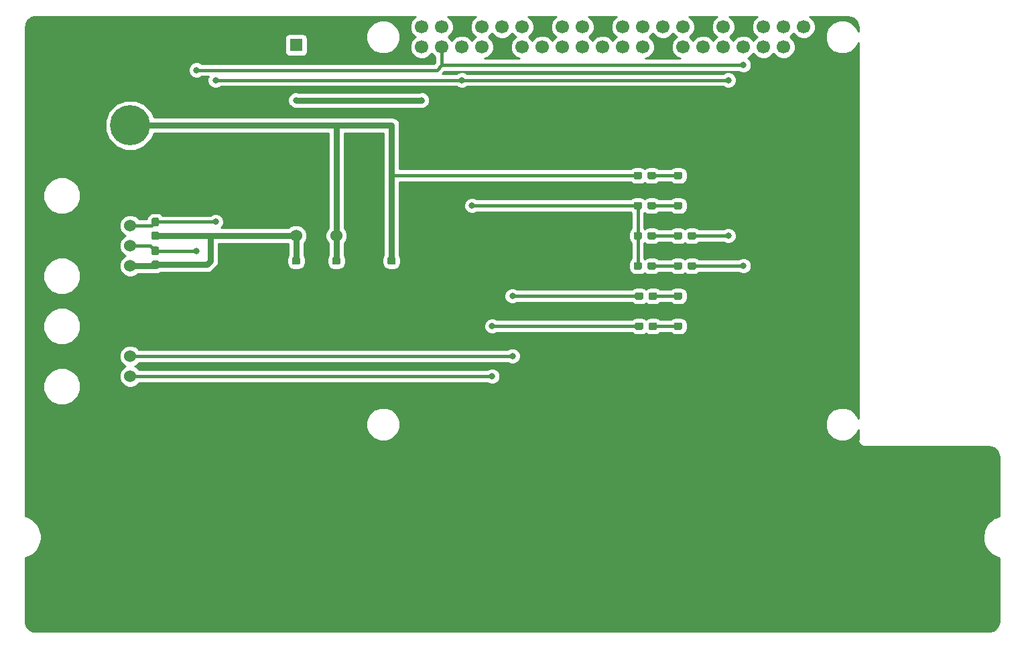
<source format=gbr>
G04 #@! TF.GenerationSoftware,KiCad,Pcbnew,(5.0.0)*
G04 #@! TF.CreationDate,2019-09-27T20:42:56-05:00*
G04 #@! TF.ProjectId,RaspberryPiBreakout_Hardware,5261737062657272795069427265616B,rev?*
G04 #@! TF.SameCoordinates,Original*
G04 #@! TF.FileFunction,Copper,L1,Top,Signal*
G04 #@! TF.FilePolarity,Positive*
%FSLAX46Y46*%
G04 Gerber Fmt 4.6, Leading zero omitted, Abs format (unit mm)*
G04 Created by KiCad (PCBNEW (5.0.0)) date 09/27/19 20:42:56*
%MOMM*%
%LPD*%
G01*
G04 APERTURE LIST*
G04 #@! TA.AperFunction,ComponentPad*
%ADD10C,1.700000*%
G04 #@! TD*
G04 #@! TA.AperFunction,Conductor*
%ADD11C,0.100000*%
G04 #@! TD*
G04 #@! TA.AperFunction,SMDPad,CuDef*
%ADD12C,0.950000*%
G04 #@! TD*
G04 #@! TA.AperFunction,ComponentPad*
%ADD13C,5.080000*%
G04 #@! TD*
G04 #@! TA.AperFunction,ComponentPad*
%ADD14C,1.524000*%
G04 #@! TD*
G04 #@! TA.AperFunction,ComponentPad*
%ADD15C,1.600000*%
G04 #@! TD*
G04 #@! TA.AperFunction,ComponentPad*
%ADD16R,1.600000X1.600000*%
G04 #@! TD*
G04 #@! TA.AperFunction,ViaPad*
%ADD17C,0.800000*%
G04 #@! TD*
G04 #@! TA.AperFunction,Conductor*
%ADD18C,0.762000*%
G04 #@! TD*
G04 #@! TA.AperFunction,Conductor*
%ADD19C,0.381000*%
G04 #@! TD*
G04 #@! TA.AperFunction,Conductor*
%ADD20C,0.254000*%
G04 #@! TD*
G04 APERTURE END LIST*
D10*
G04 #@! TO.P,U2,40*
G04 #@! TO.N,N/C*
X171450000Y-76454000D03*
G04 #@! TO.P,U2,39*
G04 #@! TO.N,GND*
X171450000Y-78994000D03*
G04 #@! TO.P,U2,38*
G04 #@! TO.N,N/C*
X168910000Y-76454000D03*
G04 #@! TO.P,U2,37*
X168910000Y-78994000D03*
G04 #@! TO.P,U2,36*
X166370000Y-76454000D03*
G04 #@! TO.P,U2,35*
X166370000Y-78994000D03*
G04 #@! TO.P,U2,34*
G04 #@! TO.N,GND*
X163830000Y-76454000D03*
G04 #@! TO.P,U2,33*
G04 #@! TO.N,N/C*
X163830000Y-78994000D03*
G04 #@! TO.P,U2,32*
X161290000Y-76454000D03*
G04 #@! TO.P,U2,31*
X161290000Y-78994000D03*
G04 #@! TO.P,U2,30*
G04 #@! TO.N,GND*
X158750000Y-76454000D03*
G04 #@! TO.P,U2,29*
G04 #@! TO.N,N/C*
X158750000Y-78994000D03*
G04 #@! TO.P,U2,28*
X156210000Y-76454000D03*
G04 #@! TO.P,U2,27*
X156210000Y-78994000D03*
G04 #@! TO.P,U2,26*
X153670000Y-76454000D03*
G04 #@! TO.P,U2,25*
G04 #@! TO.N,GND*
X153670000Y-78994000D03*
G04 #@! TO.P,U2,24*
G04 #@! TO.N,N/C*
X151130000Y-76454000D03*
G04 #@! TO.P,U2,23*
X151130000Y-78994000D03*
G04 #@! TO.P,U2,22*
X148590000Y-76454000D03*
G04 #@! TO.P,U2,21*
X148590000Y-78994000D03*
G04 #@! TO.P,U2,20*
G04 #@! TO.N,GND*
X146050000Y-76454000D03*
G04 #@! TO.P,U2,19*
G04 #@! TO.N,N/C*
X146050000Y-78994000D03*
G04 #@! TO.P,U2,18*
X143510000Y-76454000D03*
G04 #@! TO.P,U2,17*
G04 #@! TO.N,+3V3*
X143510000Y-78994000D03*
G04 #@! TO.P,U2,16*
G04 #@! TO.N,N/C*
X140970000Y-76454000D03*
G04 #@! TO.P,U2,15*
X140970000Y-78994000D03*
G04 #@! TO.P,U2,14*
G04 #@! TO.N,GND*
X138430000Y-76454000D03*
G04 #@! TO.P,U2,13*
G04 #@! TO.N,N/C*
X138430000Y-78994000D03*
G04 #@! TO.P,U2,12*
X135890000Y-76454000D03*
G04 #@! TO.P,U2,11*
X135890000Y-78994000D03*
G04 #@! TO.P,U2,10*
G04 #@! TO.N,Serial_Rx*
X133350000Y-76454000D03*
G04 #@! TO.P,U2,9*
G04 #@! TO.N,GND*
X133350000Y-78994000D03*
G04 #@! TO.P,U2,8*
G04 #@! TO.N,Serial_Tx*
X130810000Y-76454000D03*
G04 #@! TO.P,U2,7*
G04 #@! TO.N,N/C*
X130810000Y-78994000D03*
G04 #@! TO.P,U2,6*
G04 #@! TO.N,GND*
X128270000Y-76454000D03*
G04 #@! TO.P,U2,5*
G04 #@! TO.N,SCL1*
X128270000Y-78994000D03*
G04 #@! TO.P,U2,4*
G04 #@! TO.N,N/C*
X125730000Y-76454000D03*
G04 #@! TO.P,U2,3*
G04 #@! TO.N,SDA1*
X125730000Y-78994000D03*
G04 #@! TO.P,U2,2*
G04 #@! TO.N,N/C*
X123190000Y-76454000D03*
G04 #@! TO.P,U2,1*
G04 #@! TO.N,+3V3*
X123190000Y-78994000D03*
G04 #@! TD*
D11*
G04 #@! TO.N,GND*
G04 #@! TO.C,C1*
G36*
X117940779Y-105571144D02*
X117963834Y-105574563D01*
X117986443Y-105580227D01*
X118008387Y-105588079D01*
X118029457Y-105598044D01*
X118049448Y-105610026D01*
X118068168Y-105623910D01*
X118085438Y-105639562D01*
X118101090Y-105656832D01*
X118114974Y-105675552D01*
X118126956Y-105695543D01*
X118136921Y-105716613D01*
X118144773Y-105738557D01*
X118150437Y-105761166D01*
X118153856Y-105784221D01*
X118155000Y-105807500D01*
X118155000Y-106282500D01*
X118153856Y-106305779D01*
X118150437Y-106328834D01*
X118144773Y-106351443D01*
X118136921Y-106373387D01*
X118126956Y-106394457D01*
X118114974Y-106414448D01*
X118101090Y-106433168D01*
X118085438Y-106450438D01*
X118068168Y-106466090D01*
X118049448Y-106479974D01*
X118029457Y-106491956D01*
X118008387Y-106501921D01*
X117986443Y-106509773D01*
X117963834Y-106515437D01*
X117940779Y-106518856D01*
X117917500Y-106520000D01*
X117342500Y-106520000D01*
X117319221Y-106518856D01*
X117296166Y-106515437D01*
X117273557Y-106509773D01*
X117251613Y-106501921D01*
X117230543Y-106491956D01*
X117210552Y-106479974D01*
X117191832Y-106466090D01*
X117174562Y-106450438D01*
X117158910Y-106433168D01*
X117145026Y-106414448D01*
X117133044Y-106394457D01*
X117123079Y-106373387D01*
X117115227Y-106351443D01*
X117109563Y-106328834D01*
X117106144Y-106305779D01*
X117105000Y-106282500D01*
X117105000Y-105807500D01*
X117106144Y-105784221D01*
X117109563Y-105761166D01*
X117115227Y-105738557D01*
X117123079Y-105716613D01*
X117133044Y-105695543D01*
X117145026Y-105675552D01*
X117158910Y-105656832D01*
X117174562Y-105639562D01*
X117191832Y-105623910D01*
X117210552Y-105610026D01*
X117230543Y-105598044D01*
X117251613Y-105588079D01*
X117273557Y-105580227D01*
X117296166Y-105574563D01*
X117319221Y-105571144D01*
X117342500Y-105570000D01*
X117917500Y-105570000D01*
X117940779Y-105571144D01*
X117940779Y-105571144D01*
G37*
D12*
G04 #@! TD*
G04 #@! TO.P,C1,2*
G04 #@! TO.N,GND*
X117630000Y-106045000D03*
D11*
G04 #@! TO.N,+12V*
G04 #@! TO.C,C1*
G36*
X119690779Y-105571144D02*
X119713834Y-105574563D01*
X119736443Y-105580227D01*
X119758387Y-105588079D01*
X119779457Y-105598044D01*
X119799448Y-105610026D01*
X119818168Y-105623910D01*
X119835438Y-105639562D01*
X119851090Y-105656832D01*
X119864974Y-105675552D01*
X119876956Y-105695543D01*
X119886921Y-105716613D01*
X119894773Y-105738557D01*
X119900437Y-105761166D01*
X119903856Y-105784221D01*
X119905000Y-105807500D01*
X119905000Y-106282500D01*
X119903856Y-106305779D01*
X119900437Y-106328834D01*
X119894773Y-106351443D01*
X119886921Y-106373387D01*
X119876956Y-106394457D01*
X119864974Y-106414448D01*
X119851090Y-106433168D01*
X119835438Y-106450438D01*
X119818168Y-106466090D01*
X119799448Y-106479974D01*
X119779457Y-106491956D01*
X119758387Y-106501921D01*
X119736443Y-106509773D01*
X119713834Y-106515437D01*
X119690779Y-106518856D01*
X119667500Y-106520000D01*
X119092500Y-106520000D01*
X119069221Y-106518856D01*
X119046166Y-106515437D01*
X119023557Y-106509773D01*
X119001613Y-106501921D01*
X118980543Y-106491956D01*
X118960552Y-106479974D01*
X118941832Y-106466090D01*
X118924562Y-106450438D01*
X118908910Y-106433168D01*
X118895026Y-106414448D01*
X118883044Y-106394457D01*
X118873079Y-106373387D01*
X118865227Y-106351443D01*
X118859563Y-106328834D01*
X118856144Y-106305779D01*
X118855000Y-106282500D01*
X118855000Y-105807500D01*
X118856144Y-105784221D01*
X118859563Y-105761166D01*
X118865227Y-105738557D01*
X118873079Y-105716613D01*
X118883044Y-105695543D01*
X118895026Y-105675552D01*
X118908910Y-105656832D01*
X118924562Y-105639562D01*
X118941832Y-105623910D01*
X118960552Y-105610026D01*
X118980543Y-105598044D01*
X119001613Y-105588079D01*
X119023557Y-105580227D01*
X119046166Y-105574563D01*
X119069221Y-105571144D01*
X119092500Y-105570000D01*
X119667500Y-105570000D01*
X119690779Y-105571144D01*
X119690779Y-105571144D01*
G37*
D12*
G04 #@! TD*
G04 #@! TO.P,C1,1*
G04 #@! TO.N,+12V*
X119380000Y-106045000D03*
D13*
G04 #@! TO.P,Conn1,1*
G04 #@! TO.N,GND*
X86360000Y-81026000D03*
G04 #@! TO.P,Conn1,2*
G04 #@! TO.N,+12V*
X86360000Y-88900000D03*
G04 #@! TD*
D11*
G04 #@! TO.N,GND*
G04 #@! TO.C,C3*
G36*
X114455779Y-105571144D02*
X114478834Y-105574563D01*
X114501443Y-105580227D01*
X114523387Y-105588079D01*
X114544457Y-105598044D01*
X114564448Y-105610026D01*
X114583168Y-105623910D01*
X114600438Y-105639562D01*
X114616090Y-105656832D01*
X114629974Y-105675552D01*
X114641956Y-105695543D01*
X114651921Y-105716613D01*
X114659773Y-105738557D01*
X114665437Y-105761166D01*
X114668856Y-105784221D01*
X114670000Y-105807500D01*
X114670000Y-106282500D01*
X114668856Y-106305779D01*
X114665437Y-106328834D01*
X114659773Y-106351443D01*
X114651921Y-106373387D01*
X114641956Y-106394457D01*
X114629974Y-106414448D01*
X114616090Y-106433168D01*
X114600438Y-106450438D01*
X114583168Y-106466090D01*
X114564448Y-106479974D01*
X114544457Y-106491956D01*
X114523387Y-106501921D01*
X114501443Y-106509773D01*
X114478834Y-106515437D01*
X114455779Y-106518856D01*
X114432500Y-106520000D01*
X113857500Y-106520000D01*
X113834221Y-106518856D01*
X113811166Y-106515437D01*
X113788557Y-106509773D01*
X113766613Y-106501921D01*
X113745543Y-106491956D01*
X113725552Y-106479974D01*
X113706832Y-106466090D01*
X113689562Y-106450438D01*
X113673910Y-106433168D01*
X113660026Y-106414448D01*
X113648044Y-106394457D01*
X113638079Y-106373387D01*
X113630227Y-106351443D01*
X113624563Y-106328834D01*
X113621144Y-106305779D01*
X113620000Y-106282500D01*
X113620000Y-105807500D01*
X113621144Y-105784221D01*
X113624563Y-105761166D01*
X113630227Y-105738557D01*
X113638079Y-105716613D01*
X113648044Y-105695543D01*
X113660026Y-105675552D01*
X113673910Y-105656832D01*
X113689562Y-105639562D01*
X113706832Y-105623910D01*
X113725552Y-105610026D01*
X113745543Y-105598044D01*
X113766613Y-105588079D01*
X113788557Y-105580227D01*
X113811166Y-105574563D01*
X113834221Y-105571144D01*
X113857500Y-105570000D01*
X114432500Y-105570000D01*
X114455779Y-105571144D01*
X114455779Y-105571144D01*
G37*
D12*
G04 #@! TD*
G04 #@! TO.P,C3,2*
G04 #@! TO.N,GND*
X114145000Y-106045000D03*
D11*
G04 #@! TO.N,+12V*
G04 #@! TO.C,C3*
G36*
X112705779Y-105571144D02*
X112728834Y-105574563D01*
X112751443Y-105580227D01*
X112773387Y-105588079D01*
X112794457Y-105598044D01*
X112814448Y-105610026D01*
X112833168Y-105623910D01*
X112850438Y-105639562D01*
X112866090Y-105656832D01*
X112879974Y-105675552D01*
X112891956Y-105695543D01*
X112901921Y-105716613D01*
X112909773Y-105738557D01*
X112915437Y-105761166D01*
X112918856Y-105784221D01*
X112920000Y-105807500D01*
X112920000Y-106282500D01*
X112918856Y-106305779D01*
X112915437Y-106328834D01*
X112909773Y-106351443D01*
X112901921Y-106373387D01*
X112891956Y-106394457D01*
X112879974Y-106414448D01*
X112866090Y-106433168D01*
X112850438Y-106450438D01*
X112833168Y-106466090D01*
X112814448Y-106479974D01*
X112794457Y-106491956D01*
X112773387Y-106501921D01*
X112751443Y-106509773D01*
X112728834Y-106515437D01*
X112705779Y-106518856D01*
X112682500Y-106520000D01*
X112107500Y-106520000D01*
X112084221Y-106518856D01*
X112061166Y-106515437D01*
X112038557Y-106509773D01*
X112016613Y-106501921D01*
X111995543Y-106491956D01*
X111975552Y-106479974D01*
X111956832Y-106466090D01*
X111939562Y-106450438D01*
X111923910Y-106433168D01*
X111910026Y-106414448D01*
X111898044Y-106394457D01*
X111888079Y-106373387D01*
X111880227Y-106351443D01*
X111874563Y-106328834D01*
X111871144Y-106305779D01*
X111870000Y-106282500D01*
X111870000Y-105807500D01*
X111871144Y-105784221D01*
X111874563Y-105761166D01*
X111880227Y-105738557D01*
X111888079Y-105716613D01*
X111898044Y-105695543D01*
X111910026Y-105675552D01*
X111923910Y-105656832D01*
X111939562Y-105639562D01*
X111956832Y-105623910D01*
X111975552Y-105610026D01*
X111995543Y-105598044D01*
X112016613Y-105588079D01*
X112038557Y-105580227D01*
X112061166Y-105574563D01*
X112084221Y-105571144D01*
X112107500Y-105570000D01*
X112682500Y-105570000D01*
X112705779Y-105571144D01*
X112705779Y-105571144D01*
G37*
D12*
G04 #@! TD*
G04 #@! TO.P,C3,1*
G04 #@! TO.N,+12V*
X112395000Y-106045000D03*
D11*
G04 #@! TO.N,+3V3*
G04 #@! TO.C,C4*
G36*
X107625779Y-105571144D02*
X107648834Y-105574563D01*
X107671443Y-105580227D01*
X107693387Y-105588079D01*
X107714457Y-105598044D01*
X107734448Y-105610026D01*
X107753168Y-105623910D01*
X107770438Y-105639562D01*
X107786090Y-105656832D01*
X107799974Y-105675552D01*
X107811956Y-105695543D01*
X107821921Y-105716613D01*
X107829773Y-105738557D01*
X107835437Y-105761166D01*
X107838856Y-105784221D01*
X107840000Y-105807500D01*
X107840000Y-106282500D01*
X107838856Y-106305779D01*
X107835437Y-106328834D01*
X107829773Y-106351443D01*
X107821921Y-106373387D01*
X107811956Y-106394457D01*
X107799974Y-106414448D01*
X107786090Y-106433168D01*
X107770438Y-106450438D01*
X107753168Y-106466090D01*
X107734448Y-106479974D01*
X107714457Y-106491956D01*
X107693387Y-106501921D01*
X107671443Y-106509773D01*
X107648834Y-106515437D01*
X107625779Y-106518856D01*
X107602500Y-106520000D01*
X107027500Y-106520000D01*
X107004221Y-106518856D01*
X106981166Y-106515437D01*
X106958557Y-106509773D01*
X106936613Y-106501921D01*
X106915543Y-106491956D01*
X106895552Y-106479974D01*
X106876832Y-106466090D01*
X106859562Y-106450438D01*
X106843910Y-106433168D01*
X106830026Y-106414448D01*
X106818044Y-106394457D01*
X106808079Y-106373387D01*
X106800227Y-106351443D01*
X106794563Y-106328834D01*
X106791144Y-106305779D01*
X106790000Y-106282500D01*
X106790000Y-105807500D01*
X106791144Y-105784221D01*
X106794563Y-105761166D01*
X106800227Y-105738557D01*
X106808079Y-105716613D01*
X106818044Y-105695543D01*
X106830026Y-105675552D01*
X106843910Y-105656832D01*
X106859562Y-105639562D01*
X106876832Y-105623910D01*
X106895552Y-105610026D01*
X106915543Y-105598044D01*
X106936613Y-105588079D01*
X106958557Y-105580227D01*
X106981166Y-105574563D01*
X107004221Y-105571144D01*
X107027500Y-105570000D01*
X107602500Y-105570000D01*
X107625779Y-105571144D01*
X107625779Y-105571144D01*
G37*
D12*
G04 #@! TD*
G04 #@! TO.P,C4,1*
G04 #@! TO.N,+3V3*
X107315000Y-106045000D03*
D11*
G04 #@! TO.N,GND*
G04 #@! TO.C,C4*
G36*
X105875779Y-105571144D02*
X105898834Y-105574563D01*
X105921443Y-105580227D01*
X105943387Y-105588079D01*
X105964457Y-105598044D01*
X105984448Y-105610026D01*
X106003168Y-105623910D01*
X106020438Y-105639562D01*
X106036090Y-105656832D01*
X106049974Y-105675552D01*
X106061956Y-105695543D01*
X106071921Y-105716613D01*
X106079773Y-105738557D01*
X106085437Y-105761166D01*
X106088856Y-105784221D01*
X106090000Y-105807500D01*
X106090000Y-106282500D01*
X106088856Y-106305779D01*
X106085437Y-106328834D01*
X106079773Y-106351443D01*
X106071921Y-106373387D01*
X106061956Y-106394457D01*
X106049974Y-106414448D01*
X106036090Y-106433168D01*
X106020438Y-106450438D01*
X106003168Y-106466090D01*
X105984448Y-106479974D01*
X105964457Y-106491956D01*
X105943387Y-106501921D01*
X105921443Y-106509773D01*
X105898834Y-106515437D01*
X105875779Y-106518856D01*
X105852500Y-106520000D01*
X105277500Y-106520000D01*
X105254221Y-106518856D01*
X105231166Y-106515437D01*
X105208557Y-106509773D01*
X105186613Y-106501921D01*
X105165543Y-106491956D01*
X105145552Y-106479974D01*
X105126832Y-106466090D01*
X105109562Y-106450438D01*
X105093910Y-106433168D01*
X105080026Y-106414448D01*
X105068044Y-106394457D01*
X105058079Y-106373387D01*
X105050227Y-106351443D01*
X105044563Y-106328834D01*
X105041144Y-106305779D01*
X105040000Y-106282500D01*
X105040000Y-105807500D01*
X105041144Y-105784221D01*
X105044563Y-105761166D01*
X105050227Y-105738557D01*
X105058079Y-105716613D01*
X105068044Y-105695543D01*
X105080026Y-105675552D01*
X105093910Y-105656832D01*
X105109562Y-105639562D01*
X105126832Y-105623910D01*
X105145552Y-105610026D01*
X105165543Y-105598044D01*
X105186613Y-105588079D01*
X105208557Y-105580227D01*
X105231166Y-105574563D01*
X105254221Y-105571144D01*
X105277500Y-105570000D01*
X105852500Y-105570000D01*
X105875779Y-105571144D01*
X105875779Y-105571144D01*
G37*
D12*
G04 #@! TD*
G04 #@! TO.P,C4,2*
G04 #@! TO.N,GND*
X105565000Y-106045000D03*
D14*
G04 #@! TO.P,Conn2,1*
G04 #@! TO.N,Serial_Tx*
X86360000Y-120650000D03*
G04 #@! TO.P,Conn2,2*
G04 #@! TO.N,Serial_Rx*
X86360000Y-118110000D03*
G04 #@! TO.P,Conn2,3*
G04 #@! TO.N,GND*
X86360000Y-115570000D03*
G04 #@! TD*
G04 #@! TO.P,Conn3,1*
G04 #@! TO.N,+3V3*
X86360000Y-106680000D03*
G04 #@! TO.P,Conn3,2*
G04 #@! TO.N,SDA1*
X86360000Y-104140000D03*
G04 #@! TO.P,Conn3,3*
G04 #@! TO.N,SCL1*
X86360000Y-101600000D03*
G04 #@! TO.P,Conn3,4*
G04 #@! TO.N,GND*
X86360000Y-99060000D03*
G04 #@! TD*
G04 #@! TO.P,U3,3*
G04 #@! TO.N,+3V3*
X107315000Y-102870000D03*
G04 #@! TO.P,U3,2*
G04 #@! TO.N,GND*
X109855000Y-102870000D03*
G04 #@! TO.P,U3,1*
G04 #@! TO.N,+12V*
X112395000Y-102870000D03*
G04 #@! TD*
D11*
G04 #@! TO.N,GND*
G04 #@! TO.C,D1*
G36*
X157635779Y-94776144D02*
X157658834Y-94779563D01*
X157681443Y-94785227D01*
X157703387Y-94793079D01*
X157724457Y-94803044D01*
X157744448Y-94815026D01*
X157763168Y-94828910D01*
X157780438Y-94844562D01*
X157796090Y-94861832D01*
X157809974Y-94880552D01*
X157821956Y-94900543D01*
X157831921Y-94921613D01*
X157839773Y-94943557D01*
X157845437Y-94966166D01*
X157848856Y-94989221D01*
X157850000Y-95012500D01*
X157850000Y-95487500D01*
X157848856Y-95510779D01*
X157845437Y-95533834D01*
X157839773Y-95556443D01*
X157831921Y-95578387D01*
X157821956Y-95599457D01*
X157809974Y-95619448D01*
X157796090Y-95638168D01*
X157780438Y-95655438D01*
X157763168Y-95671090D01*
X157744448Y-95684974D01*
X157724457Y-95696956D01*
X157703387Y-95706921D01*
X157681443Y-95714773D01*
X157658834Y-95720437D01*
X157635779Y-95723856D01*
X157612500Y-95725000D01*
X157037500Y-95725000D01*
X157014221Y-95723856D01*
X156991166Y-95720437D01*
X156968557Y-95714773D01*
X156946613Y-95706921D01*
X156925543Y-95696956D01*
X156905552Y-95684974D01*
X156886832Y-95671090D01*
X156869562Y-95655438D01*
X156853910Y-95638168D01*
X156840026Y-95619448D01*
X156828044Y-95599457D01*
X156818079Y-95578387D01*
X156810227Y-95556443D01*
X156804563Y-95533834D01*
X156801144Y-95510779D01*
X156800000Y-95487500D01*
X156800000Y-95012500D01*
X156801144Y-94989221D01*
X156804563Y-94966166D01*
X156810227Y-94943557D01*
X156818079Y-94921613D01*
X156828044Y-94900543D01*
X156840026Y-94880552D01*
X156853910Y-94861832D01*
X156869562Y-94844562D01*
X156886832Y-94828910D01*
X156905552Y-94815026D01*
X156925543Y-94803044D01*
X156946613Y-94793079D01*
X156968557Y-94785227D01*
X156991166Y-94779563D01*
X157014221Y-94776144D01*
X157037500Y-94775000D01*
X157612500Y-94775000D01*
X157635779Y-94776144D01*
X157635779Y-94776144D01*
G37*
D12*
G04 #@! TD*
G04 #@! TO.P,D1,1*
G04 #@! TO.N,GND*
X157325000Y-95250000D03*
D11*
G04 #@! TO.N,Net-(D1-Pad2)*
G04 #@! TO.C,D1*
G36*
X155885779Y-94776144D02*
X155908834Y-94779563D01*
X155931443Y-94785227D01*
X155953387Y-94793079D01*
X155974457Y-94803044D01*
X155994448Y-94815026D01*
X156013168Y-94828910D01*
X156030438Y-94844562D01*
X156046090Y-94861832D01*
X156059974Y-94880552D01*
X156071956Y-94900543D01*
X156081921Y-94921613D01*
X156089773Y-94943557D01*
X156095437Y-94966166D01*
X156098856Y-94989221D01*
X156100000Y-95012500D01*
X156100000Y-95487500D01*
X156098856Y-95510779D01*
X156095437Y-95533834D01*
X156089773Y-95556443D01*
X156081921Y-95578387D01*
X156071956Y-95599457D01*
X156059974Y-95619448D01*
X156046090Y-95638168D01*
X156030438Y-95655438D01*
X156013168Y-95671090D01*
X155994448Y-95684974D01*
X155974457Y-95696956D01*
X155953387Y-95706921D01*
X155931443Y-95714773D01*
X155908834Y-95720437D01*
X155885779Y-95723856D01*
X155862500Y-95725000D01*
X155287500Y-95725000D01*
X155264221Y-95723856D01*
X155241166Y-95720437D01*
X155218557Y-95714773D01*
X155196613Y-95706921D01*
X155175543Y-95696956D01*
X155155552Y-95684974D01*
X155136832Y-95671090D01*
X155119562Y-95655438D01*
X155103910Y-95638168D01*
X155090026Y-95619448D01*
X155078044Y-95599457D01*
X155068079Y-95578387D01*
X155060227Y-95556443D01*
X155054563Y-95533834D01*
X155051144Y-95510779D01*
X155050000Y-95487500D01*
X155050000Y-95012500D01*
X155051144Y-94989221D01*
X155054563Y-94966166D01*
X155060227Y-94943557D01*
X155068079Y-94921613D01*
X155078044Y-94900543D01*
X155090026Y-94880552D01*
X155103910Y-94861832D01*
X155119562Y-94844562D01*
X155136832Y-94828910D01*
X155155552Y-94815026D01*
X155175543Y-94803044D01*
X155196613Y-94793079D01*
X155218557Y-94785227D01*
X155241166Y-94779563D01*
X155264221Y-94776144D01*
X155287500Y-94775000D01*
X155862500Y-94775000D01*
X155885779Y-94776144D01*
X155885779Y-94776144D01*
G37*
D12*
G04 #@! TD*
G04 #@! TO.P,D1,2*
G04 #@! TO.N,Net-(D1-Pad2)*
X155575000Y-95250000D03*
D11*
G04 #@! TO.N,GND*
G04 #@! TO.C,D3*
G36*
X157635779Y-98586144D02*
X157658834Y-98589563D01*
X157681443Y-98595227D01*
X157703387Y-98603079D01*
X157724457Y-98613044D01*
X157744448Y-98625026D01*
X157763168Y-98638910D01*
X157780438Y-98654562D01*
X157796090Y-98671832D01*
X157809974Y-98690552D01*
X157821956Y-98710543D01*
X157831921Y-98731613D01*
X157839773Y-98753557D01*
X157845437Y-98776166D01*
X157848856Y-98799221D01*
X157850000Y-98822500D01*
X157850000Y-99297500D01*
X157848856Y-99320779D01*
X157845437Y-99343834D01*
X157839773Y-99366443D01*
X157831921Y-99388387D01*
X157821956Y-99409457D01*
X157809974Y-99429448D01*
X157796090Y-99448168D01*
X157780438Y-99465438D01*
X157763168Y-99481090D01*
X157744448Y-99494974D01*
X157724457Y-99506956D01*
X157703387Y-99516921D01*
X157681443Y-99524773D01*
X157658834Y-99530437D01*
X157635779Y-99533856D01*
X157612500Y-99535000D01*
X157037500Y-99535000D01*
X157014221Y-99533856D01*
X156991166Y-99530437D01*
X156968557Y-99524773D01*
X156946613Y-99516921D01*
X156925543Y-99506956D01*
X156905552Y-99494974D01*
X156886832Y-99481090D01*
X156869562Y-99465438D01*
X156853910Y-99448168D01*
X156840026Y-99429448D01*
X156828044Y-99409457D01*
X156818079Y-99388387D01*
X156810227Y-99366443D01*
X156804563Y-99343834D01*
X156801144Y-99320779D01*
X156800000Y-99297500D01*
X156800000Y-98822500D01*
X156801144Y-98799221D01*
X156804563Y-98776166D01*
X156810227Y-98753557D01*
X156818079Y-98731613D01*
X156828044Y-98710543D01*
X156840026Y-98690552D01*
X156853910Y-98671832D01*
X156869562Y-98654562D01*
X156886832Y-98638910D01*
X156905552Y-98625026D01*
X156925543Y-98613044D01*
X156946613Y-98603079D01*
X156968557Y-98595227D01*
X156991166Y-98589563D01*
X157014221Y-98586144D01*
X157037500Y-98585000D01*
X157612500Y-98585000D01*
X157635779Y-98586144D01*
X157635779Y-98586144D01*
G37*
D12*
G04 #@! TD*
G04 #@! TO.P,D3,1*
G04 #@! TO.N,GND*
X157325000Y-99060000D03*
D11*
G04 #@! TO.N,Net-(D3-Pad2)*
G04 #@! TO.C,D3*
G36*
X155885779Y-98586144D02*
X155908834Y-98589563D01*
X155931443Y-98595227D01*
X155953387Y-98603079D01*
X155974457Y-98613044D01*
X155994448Y-98625026D01*
X156013168Y-98638910D01*
X156030438Y-98654562D01*
X156046090Y-98671832D01*
X156059974Y-98690552D01*
X156071956Y-98710543D01*
X156081921Y-98731613D01*
X156089773Y-98753557D01*
X156095437Y-98776166D01*
X156098856Y-98799221D01*
X156100000Y-98822500D01*
X156100000Y-99297500D01*
X156098856Y-99320779D01*
X156095437Y-99343834D01*
X156089773Y-99366443D01*
X156081921Y-99388387D01*
X156071956Y-99409457D01*
X156059974Y-99429448D01*
X156046090Y-99448168D01*
X156030438Y-99465438D01*
X156013168Y-99481090D01*
X155994448Y-99494974D01*
X155974457Y-99506956D01*
X155953387Y-99516921D01*
X155931443Y-99524773D01*
X155908834Y-99530437D01*
X155885779Y-99533856D01*
X155862500Y-99535000D01*
X155287500Y-99535000D01*
X155264221Y-99533856D01*
X155241166Y-99530437D01*
X155218557Y-99524773D01*
X155196613Y-99516921D01*
X155175543Y-99506956D01*
X155155552Y-99494974D01*
X155136832Y-99481090D01*
X155119562Y-99465438D01*
X155103910Y-99448168D01*
X155090026Y-99429448D01*
X155078044Y-99409457D01*
X155068079Y-99388387D01*
X155060227Y-99366443D01*
X155054563Y-99343834D01*
X155051144Y-99320779D01*
X155050000Y-99297500D01*
X155050000Y-98822500D01*
X155051144Y-98799221D01*
X155054563Y-98776166D01*
X155060227Y-98753557D01*
X155068079Y-98731613D01*
X155078044Y-98710543D01*
X155090026Y-98690552D01*
X155103910Y-98671832D01*
X155119562Y-98654562D01*
X155136832Y-98638910D01*
X155155552Y-98625026D01*
X155175543Y-98613044D01*
X155196613Y-98603079D01*
X155218557Y-98595227D01*
X155241166Y-98589563D01*
X155264221Y-98586144D01*
X155287500Y-98585000D01*
X155862500Y-98585000D01*
X155885779Y-98586144D01*
X155885779Y-98586144D01*
G37*
D12*
G04 #@! TD*
G04 #@! TO.P,D3,2*
G04 #@! TO.N,Net-(D3-Pad2)*
X155575000Y-99060000D03*
D11*
G04 #@! TO.N,Net-(D4-Pad2)*
G04 #@! TO.C,D4*
G36*
X155885779Y-113826144D02*
X155908834Y-113829563D01*
X155931443Y-113835227D01*
X155953387Y-113843079D01*
X155974457Y-113853044D01*
X155994448Y-113865026D01*
X156013168Y-113878910D01*
X156030438Y-113894562D01*
X156046090Y-113911832D01*
X156059974Y-113930552D01*
X156071956Y-113950543D01*
X156081921Y-113971613D01*
X156089773Y-113993557D01*
X156095437Y-114016166D01*
X156098856Y-114039221D01*
X156100000Y-114062500D01*
X156100000Y-114537500D01*
X156098856Y-114560779D01*
X156095437Y-114583834D01*
X156089773Y-114606443D01*
X156081921Y-114628387D01*
X156071956Y-114649457D01*
X156059974Y-114669448D01*
X156046090Y-114688168D01*
X156030438Y-114705438D01*
X156013168Y-114721090D01*
X155994448Y-114734974D01*
X155974457Y-114746956D01*
X155953387Y-114756921D01*
X155931443Y-114764773D01*
X155908834Y-114770437D01*
X155885779Y-114773856D01*
X155862500Y-114775000D01*
X155287500Y-114775000D01*
X155264221Y-114773856D01*
X155241166Y-114770437D01*
X155218557Y-114764773D01*
X155196613Y-114756921D01*
X155175543Y-114746956D01*
X155155552Y-114734974D01*
X155136832Y-114721090D01*
X155119562Y-114705438D01*
X155103910Y-114688168D01*
X155090026Y-114669448D01*
X155078044Y-114649457D01*
X155068079Y-114628387D01*
X155060227Y-114606443D01*
X155054563Y-114583834D01*
X155051144Y-114560779D01*
X155050000Y-114537500D01*
X155050000Y-114062500D01*
X155051144Y-114039221D01*
X155054563Y-114016166D01*
X155060227Y-113993557D01*
X155068079Y-113971613D01*
X155078044Y-113950543D01*
X155090026Y-113930552D01*
X155103910Y-113911832D01*
X155119562Y-113894562D01*
X155136832Y-113878910D01*
X155155552Y-113865026D01*
X155175543Y-113853044D01*
X155196613Y-113843079D01*
X155218557Y-113835227D01*
X155241166Y-113829563D01*
X155264221Y-113826144D01*
X155287500Y-113825000D01*
X155862500Y-113825000D01*
X155885779Y-113826144D01*
X155885779Y-113826144D01*
G37*
D12*
G04 #@! TD*
G04 #@! TO.P,D4,2*
G04 #@! TO.N,Net-(D4-Pad2)*
X155575000Y-114300000D03*
D11*
G04 #@! TO.N,GND*
G04 #@! TO.C,D4*
G36*
X157635779Y-113826144D02*
X157658834Y-113829563D01*
X157681443Y-113835227D01*
X157703387Y-113843079D01*
X157724457Y-113853044D01*
X157744448Y-113865026D01*
X157763168Y-113878910D01*
X157780438Y-113894562D01*
X157796090Y-113911832D01*
X157809974Y-113930552D01*
X157821956Y-113950543D01*
X157831921Y-113971613D01*
X157839773Y-113993557D01*
X157845437Y-114016166D01*
X157848856Y-114039221D01*
X157850000Y-114062500D01*
X157850000Y-114537500D01*
X157848856Y-114560779D01*
X157845437Y-114583834D01*
X157839773Y-114606443D01*
X157831921Y-114628387D01*
X157821956Y-114649457D01*
X157809974Y-114669448D01*
X157796090Y-114688168D01*
X157780438Y-114705438D01*
X157763168Y-114721090D01*
X157744448Y-114734974D01*
X157724457Y-114746956D01*
X157703387Y-114756921D01*
X157681443Y-114764773D01*
X157658834Y-114770437D01*
X157635779Y-114773856D01*
X157612500Y-114775000D01*
X157037500Y-114775000D01*
X157014221Y-114773856D01*
X156991166Y-114770437D01*
X156968557Y-114764773D01*
X156946613Y-114756921D01*
X156925543Y-114746956D01*
X156905552Y-114734974D01*
X156886832Y-114721090D01*
X156869562Y-114705438D01*
X156853910Y-114688168D01*
X156840026Y-114669448D01*
X156828044Y-114649457D01*
X156818079Y-114628387D01*
X156810227Y-114606443D01*
X156804563Y-114583834D01*
X156801144Y-114560779D01*
X156800000Y-114537500D01*
X156800000Y-114062500D01*
X156801144Y-114039221D01*
X156804563Y-114016166D01*
X156810227Y-113993557D01*
X156818079Y-113971613D01*
X156828044Y-113950543D01*
X156840026Y-113930552D01*
X156853910Y-113911832D01*
X156869562Y-113894562D01*
X156886832Y-113878910D01*
X156905552Y-113865026D01*
X156925543Y-113853044D01*
X156946613Y-113843079D01*
X156968557Y-113835227D01*
X156991166Y-113829563D01*
X157014221Y-113826144D01*
X157037500Y-113825000D01*
X157612500Y-113825000D01*
X157635779Y-113826144D01*
X157635779Y-113826144D01*
G37*
D12*
G04 #@! TD*
G04 #@! TO.P,D4,1*
G04 #@! TO.N,GND*
X157325000Y-114300000D03*
D11*
G04 #@! TO.N,GND*
G04 #@! TO.C,D5*
G36*
X157635779Y-110016144D02*
X157658834Y-110019563D01*
X157681443Y-110025227D01*
X157703387Y-110033079D01*
X157724457Y-110043044D01*
X157744448Y-110055026D01*
X157763168Y-110068910D01*
X157780438Y-110084562D01*
X157796090Y-110101832D01*
X157809974Y-110120552D01*
X157821956Y-110140543D01*
X157831921Y-110161613D01*
X157839773Y-110183557D01*
X157845437Y-110206166D01*
X157848856Y-110229221D01*
X157850000Y-110252500D01*
X157850000Y-110727500D01*
X157848856Y-110750779D01*
X157845437Y-110773834D01*
X157839773Y-110796443D01*
X157831921Y-110818387D01*
X157821956Y-110839457D01*
X157809974Y-110859448D01*
X157796090Y-110878168D01*
X157780438Y-110895438D01*
X157763168Y-110911090D01*
X157744448Y-110924974D01*
X157724457Y-110936956D01*
X157703387Y-110946921D01*
X157681443Y-110954773D01*
X157658834Y-110960437D01*
X157635779Y-110963856D01*
X157612500Y-110965000D01*
X157037500Y-110965000D01*
X157014221Y-110963856D01*
X156991166Y-110960437D01*
X156968557Y-110954773D01*
X156946613Y-110946921D01*
X156925543Y-110936956D01*
X156905552Y-110924974D01*
X156886832Y-110911090D01*
X156869562Y-110895438D01*
X156853910Y-110878168D01*
X156840026Y-110859448D01*
X156828044Y-110839457D01*
X156818079Y-110818387D01*
X156810227Y-110796443D01*
X156804563Y-110773834D01*
X156801144Y-110750779D01*
X156800000Y-110727500D01*
X156800000Y-110252500D01*
X156801144Y-110229221D01*
X156804563Y-110206166D01*
X156810227Y-110183557D01*
X156818079Y-110161613D01*
X156828044Y-110140543D01*
X156840026Y-110120552D01*
X156853910Y-110101832D01*
X156869562Y-110084562D01*
X156886832Y-110068910D01*
X156905552Y-110055026D01*
X156925543Y-110043044D01*
X156946613Y-110033079D01*
X156968557Y-110025227D01*
X156991166Y-110019563D01*
X157014221Y-110016144D01*
X157037500Y-110015000D01*
X157612500Y-110015000D01*
X157635779Y-110016144D01*
X157635779Y-110016144D01*
G37*
D12*
G04 #@! TD*
G04 #@! TO.P,D5,1*
G04 #@! TO.N,GND*
X157325000Y-110490000D03*
D11*
G04 #@! TO.N,Net-(D5-Pad2)*
G04 #@! TO.C,D5*
G36*
X155885779Y-110016144D02*
X155908834Y-110019563D01*
X155931443Y-110025227D01*
X155953387Y-110033079D01*
X155974457Y-110043044D01*
X155994448Y-110055026D01*
X156013168Y-110068910D01*
X156030438Y-110084562D01*
X156046090Y-110101832D01*
X156059974Y-110120552D01*
X156071956Y-110140543D01*
X156081921Y-110161613D01*
X156089773Y-110183557D01*
X156095437Y-110206166D01*
X156098856Y-110229221D01*
X156100000Y-110252500D01*
X156100000Y-110727500D01*
X156098856Y-110750779D01*
X156095437Y-110773834D01*
X156089773Y-110796443D01*
X156081921Y-110818387D01*
X156071956Y-110839457D01*
X156059974Y-110859448D01*
X156046090Y-110878168D01*
X156030438Y-110895438D01*
X156013168Y-110911090D01*
X155994448Y-110924974D01*
X155974457Y-110936956D01*
X155953387Y-110946921D01*
X155931443Y-110954773D01*
X155908834Y-110960437D01*
X155885779Y-110963856D01*
X155862500Y-110965000D01*
X155287500Y-110965000D01*
X155264221Y-110963856D01*
X155241166Y-110960437D01*
X155218557Y-110954773D01*
X155196613Y-110946921D01*
X155175543Y-110936956D01*
X155155552Y-110924974D01*
X155136832Y-110911090D01*
X155119562Y-110895438D01*
X155103910Y-110878168D01*
X155090026Y-110859448D01*
X155078044Y-110839457D01*
X155068079Y-110818387D01*
X155060227Y-110796443D01*
X155054563Y-110773834D01*
X155051144Y-110750779D01*
X155050000Y-110727500D01*
X155050000Y-110252500D01*
X155051144Y-110229221D01*
X155054563Y-110206166D01*
X155060227Y-110183557D01*
X155068079Y-110161613D01*
X155078044Y-110140543D01*
X155090026Y-110120552D01*
X155103910Y-110101832D01*
X155119562Y-110084562D01*
X155136832Y-110068910D01*
X155155552Y-110055026D01*
X155175543Y-110043044D01*
X155196613Y-110033079D01*
X155218557Y-110025227D01*
X155241166Y-110019563D01*
X155264221Y-110016144D01*
X155287500Y-110015000D01*
X155862500Y-110015000D01*
X155885779Y-110016144D01*
X155885779Y-110016144D01*
G37*
D12*
G04 #@! TD*
G04 #@! TO.P,D5,2*
G04 #@! TO.N,Net-(D5-Pad2)*
X155575000Y-110490000D03*
D11*
G04 #@! TO.N,+12V*
G04 #@! TO.C,R1*
G36*
X150805779Y-94776144D02*
X150828834Y-94779563D01*
X150851443Y-94785227D01*
X150873387Y-94793079D01*
X150894457Y-94803044D01*
X150914448Y-94815026D01*
X150933168Y-94828910D01*
X150950438Y-94844562D01*
X150966090Y-94861832D01*
X150979974Y-94880552D01*
X150991956Y-94900543D01*
X151001921Y-94921613D01*
X151009773Y-94943557D01*
X151015437Y-94966166D01*
X151018856Y-94989221D01*
X151020000Y-95012500D01*
X151020000Y-95487500D01*
X151018856Y-95510779D01*
X151015437Y-95533834D01*
X151009773Y-95556443D01*
X151001921Y-95578387D01*
X150991956Y-95599457D01*
X150979974Y-95619448D01*
X150966090Y-95638168D01*
X150950438Y-95655438D01*
X150933168Y-95671090D01*
X150914448Y-95684974D01*
X150894457Y-95696956D01*
X150873387Y-95706921D01*
X150851443Y-95714773D01*
X150828834Y-95720437D01*
X150805779Y-95723856D01*
X150782500Y-95725000D01*
X150207500Y-95725000D01*
X150184221Y-95723856D01*
X150161166Y-95720437D01*
X150138557Y-95714773D01*
X150116613Y-95706921D01*
X150095543Y-95696956D01*
X150075552Y-95684974D01*
X150056832Y-95671090D01*
X150039562Y-95655438D01*
X150023910Y-95638168D01*
X150010026Y-95619448D01*
X149998044Y-95599457D01*
X149988079Y-95578387D01*
X149980227Y-95556443D01*
X149974563Y-95533834D01*
X149971144Y-95510779D01*
X149970000Y-95487500D01*
X149970000Y-95012500D01*
X149971144Y-94989221D01*
X149974563Y-94966166D01*
X149980227Y-94943557D01*
X149988079Y-94921613D01*
X149998044Y-94900543D01*
X150010026Y-94880552D01*
X150023910Y-94861832D01*
X150039562Y-94844562D01*
X150056832Y-94828910D01*
X150075552Y-94815026D01*
X150095543Y-94803044D01*
X150116613Y-94793079D01*
X150138557Y-94785227D01*
X150161166Y-94779563D01*
X150184221Y-94776144D01*
X150207500Y-94775000D01*
X150782500Y-94775000D01*
X150805779Y-94776144D01*
X150805779Y-94776144D01*
G37*
D12*
G04 #@! TD*
G04 #@! TO.P,R1,1*
G04 #@! TO.N,+12V*
X150495000Y-95250000D03*
D11*
G04 #@! TO.N,Net-(D1-Pad2)*
G04 #@! TO.C,R1*
G36*
X152555779Y-94776144D02*
X152578834Y-94779563D01*
X152601443Y-94785227D01*
X152623387Y-94793079D01*
X152644457Y-94803044D01*
X152664448Y-94815026D01*
X152683168Y-94828910D01*
X152700438Y-94844562D01*
X152716090Y-94861832D01*
X152729974Y-94880552D01*
X152741956Y-94900543D01*
X152751921Y-94921613D01*
X152759773Y-94943557D01*
X152765437Y-94966166D01*
X152768856Y-94989221D01*
X152770000Y-95012500D01*
X152770000Y-95487500D01*
X152768856Y-95510779D01*
X152765437Y-95533834D01*
X152759773Y-95556443D01*
X152751921Y-95578387D01*
X152741956Y-95599457D01*
X152729974Y-95619448D01*
X152716090Y-95638168D01*
X152700438Y-95655438D01*
X152683168Y-95671090D01*
X152664448Y-95684974D01*
X152644457Y-95696956D01*
X152623387Y-95706921D01*
X152601443Y-95714773D01*
X152578834Y-95720437D01*
X152555779Y-95723856D01*
X152532500Y-95725000D01*
X151957500Y-95725000D01*
X151934221Y-95723856D01*
X151911166Y-95720437D01*
X151888557Y-95714773D01*
X151866613Y-95706921D01*
X151845543Y-95696956D01*
X151825552Y-95684974D01*
X151806832Y-95671090D01*
X151789562Y-95655438D01*
X151773910Y-95638168D01*
X151760026Y-95619448D01*
X151748044Y-95599457D01*
X151738079Y-95578387D01*
X151730227Y-95556443D01*
X151724563Y-95533834D01*
X151721144Y-95510779D01*
X151720000Y-95487500D01*
X151720000Y-95012500D01*
X151721144Y-94989221D01*
X151724563Y-94966166D01*
X151730227Y-94943557D01*
X151738079Y-94921613D01*
X151748044Y-94900543D01*
X151760026Y-94880552D01*
X151773910Y-94861832D01*
X151789562Y-94844562D01*
X151806832Y-94828910D01*
X151825552Y-94815026D01*
X151845543Y-94803044D01*
X151866613Y-94793079D01*
X151888557Y-94785227D01*
X151911166Y-94779563D01*
X151934221Y-94776144D01*
X151957500Y-94775000D01*
X152532500Y-94775000D01*
X152555779Y-94776144D01*
X152555779Y-94776144D01*
G37*
D12*
G04 #@! TD*
G04 #@! TO.P,R1,2*
G04 #@! TO.N,Net-(D1-Pad2)*
X152245000Y-95250000D03*
D11*
G04 #@! TO.N,+3V3*
G04 #@! TO.C,R3*
G36*
X150805779Y-98586144D02*
X150828834Y-98589563D01*
X150851443Y-98595227D01*
X150873387Y-98603079D01*
X150894457Y-98613044D01*
X150914448Y-98625026D01*
X150933168Y-98638910D01*
X150950438Y-98654562D01*
X150966090Y-98671832D01*
X150979974Y-98690552D01*
X150991956Y-98710543D01*
X151001921Y-98731613D01*
X151009773Y-98753557D01*
X151015437Y-98776166D01*
X151018856Y-98799221D01*
X151020000Y-98822500D01*
X151020000Y-99297500D01*
X151018856Y-99320779D01*
X151015437Y-99343834D01*
X151009773Y-99366443D01*
X151001921Y-99388387D01*
X150991956Y-99409457D01*
X150979974Y-99429448D01*
X150966090Y-99448168D01*
X150950438Y-99465438D01*
X150933168Y-99481090D01*
X150914448Y-99494974D01*
X150894457Y-99506956D01*
X150873387Y-99516921D01*
X150851443Y-99524773D01*
X150828834Y-99530437D01*
X150805779Y-99533856D01*
X150782500Y-99535000D01*
X150207500Y-99535000D01*
X150184221Y-99533856D01*
X150161166Y-99530437D01*
X150138557Y-99524773D01*
X150116613Y-99516921D01*
X150095543Y-99506956D01*
X150075552Y-99494974D01*
X150056832Y-99481090D01*
X150039562Y-99465438D01*
X150023910Y-99448168D01*
X150010026Y-99429448D01*
X149998044Y-99409457D01*
X149988079Y-99388387D01*
X149980227Y-99366443D01*
X149974563Y-99343834D01*
X149971144Y-99320779D01*
X149970000Y-99297500D01*
X149970000Y-98822500D01*
X149971144Y-98799221D01*
X149974563Y-98776166D01*
X149980227Y-98753557D01*
X149988079Y-98731613D01*
X149998044Y-98710543D01*
X150010026Y-98690552D01*
X150023910Y-98671832D01*
X150039562Y-98654562D01*
X150056832Y-98638910D01*
X150075552Y-98625026D01*
X150095543Y-98613044D01*
X150116613Y-98603079D01*
X150138557Y-98595227D01*
X150161166Y-98589563D01*
X150184221Y-98586144D01*
X150207500Y-98585000D01*
X150782500Y-98585000D01*
X150805779Y-98586144D01*
X150805779Y-98586144D01*
G37*
D12*
G04 #@! TD*
G04 #@! TO.P,R3,1*
G04 #@! TO.N,+3V3*
X150495000Y-99060000D03*
D11*
G04 #@! TO.N,Net-(D3-Pad2)*
G04 #@! TO.C,R3*
G36*
X152555779Y-98586144D02*
X152578834Y-98589563D01*
X152601443Y-98595227D01*
X152623387Y-98603079D01*
X152644457Y-98613044D01*
X152664448Y-98625026D01*
X152683168Y-98638910D01*
X152700438Y-98654562D01*
X152716090Y-98671832D01*
X152729974Y-98690552D01*
X152741956Y-98710543D01*
X152751921Y-98731613D01*
X152759773Y-98753557D01*
X152765437Y-98776166D01*
X152768856Y-98799221D01*
X152770000Y-98822500D01*
X152770000Y-99297500D01*
X152768856Y-99320779D01*
X152765437Y-99343834D01*
X152759773Y-99366443D01*
X152751921Y-99388387D01*
X152741956Y-99409457D01*
X152729974Y-99429448D01*
X152716090Y-99448168D01*
X152700438Y-99465438D01*
X152683168Y-99481090D01*
X152664448Y-99494974D01*
X152644457Y-99506956D01*
X152623387Y-99516921D01*
X152601443Y-99524773D01*
X152578834Y-99530437D01*
X152555779Y-99533856D01*
X152532500Y-99535000D01*
X151957500Y-99535000D01*
X151934221Y-99533856D01*
X151911166Y-99530437D01*
X151888557Y-99524773D01*
X151866613Y-99516921D01*
X151845543Y-99506956D01*
X151825552Y-99494974D01*
X151806832Y-99481090D01*
X151789562Y-99465438D01*
X151773910Y-99448168D01*
X151760026Y-99429448D01*
X151748044Y-99409457D01*
X151738079Y-99388387D01*
X151730227Y-99366443D01*
X151724563Y-99343834D01*
X151721144Y-99320779D01*
X151720000Y-99297500D01*
X151720000Y-98822500D01*
X151721144Y-98799221D01*
X151724563Y-98776166D01*
X151730227Y-98753557D01*
X151738079Y-98731613D01*
X151748044Y-98710543D01*
X151760026Y-98690552D01*
X151773910Y-98671832D01*
X151789562Y-98654562D01*
X151806832Y-98638910D01*
X151825552Y-98625026D01*
X151845543Y-98613044D01*
X151866613Y-98603079D01*
X151888557Y-98595227D01*
X151911166Y-98589563D01*
X151934221Y-98586144D01*
X151957500Y-98585000D01*
X152532500Y-98585000D01*
X152555779Y-98586144D01*
X152555779Y-98586144D01*
G37*
D12*
G04 #@! TD*
G04 #@! TO.P,R3,2*
G04 #@! TO.N,Net-(D3-Pad2)*
X152245000Y-99060000D03*
D11*
G04 #@! TO.N,Net-(D4-Pad2)*
G04 #@! TO.C,R4*
G36*
X152710779Y-113826144D02*
X152733834Y-113829563D01*
X152756443Y-113835227D01*
X152778387Y-113843079D01*
X152799457Y-113853044D01*
X152819448Y-113865026D01*
X152838168Y-113878910D01*
X152855438Y-113894562D01*
X152871090Y-113911832D01*
X152884974Y-113930552D01*
X152896956Y-113950543D01*
X152906921Y-113971613D01*
X152914773Y-113993557D01*
X152920437Y-114016166D01*
X152923856Y-114039221D01*
X152925000Y-114062500D01*
X152925000Y-114537500D01*
X152923856Y-114560779D01*
X152920437Y-114583834D01*
X152914773Y-114606443D01*
X152906921Y-114628387D01*
X152896956Y-114649457D01*
X152884974Y-114669448D01*
X152871090Y-114688168D01*
X152855438Y-114705438D01*
X152838168Y-114721090D01*
X152819448Y-114734974D01*
X152799457Y-114746956D01*
X152778387Y-114756921D01*
X152756443Y-114764773D01*
X152733834Y-114770437D01*
X152710779Y-114773856D01*
X152687500Y-114775000D01*
X152112500Y-114775000D01*
X152089221Y-114773856D01*
X152066166Y-114770437D01*
X152043557Y-114764773D01*
X152021613Y-114756921D01*
X152000543Y-114746956D01*
X151980552Y-114734974D01*
X151961832Y-114721090D01*
X151944562Y-114705438D01*
X151928910Y-114688168D01*
X151915026Y-114669448D01*
X151903044Y-114649457D01*
X151893079Y-114628387D01*
X151885227Y-114606443D01*
X151879563Y-114583834D01*
X151876144Y-114560779D01*
X151875000Y-114537500D01*
X151875000Y-114062500D01*
X151876144Y-114039221D01*
X151879563Y-114016166D01*
X151885227Y-113993557D01*
X151893079Y-113971613D01*
X151903044Y-113950543D01*
X151915026Y-113930552D01*
X151928910Y-113911832D01*
X151944562Y-113894562D01*
X151961832Y-113878910D01*
X151980552Y-113865026D01*
X152000543Y-113853044D01*
X152021613Y-113843079D01*
X152043557Y-113835227D01*
X152066166Y-113829563D01*
X152089221Y-113826144D01*
X152112500Y-113825000D01*
X152687500Y-113825000D01*
X152710779Y-113826144D01*
X152710779Y-113826144D01*
G37*
D12*
G04 #@! TD*
G04 #@! TO.P,R4,2*
G04 #@! TO.N,Net-(D4-Pad2)*
X152400000Y-114300000D03*
D11*
G04 #@! TO.N,Serial_Tx*
G04 #@! TO.C,R4*
G36*
X150960779Y-113826144D02*
X150983834Y-113829563D01*
X151006443Y-113835227D01*
X151028387Y-113843079D01*
X151049457Y-113853044D01*
X151069448Y-113865026D01*
X151088168Y-113878910D01*
X151105438Y-113894562D01*
X151121090Y-113911832D01*
X151134974Y-113930552D01*
X151146956Y-113950543D01*
X151156921Y-113971613D01*
X151164773Y-113993557D01*
X151170437Y-114016166D01*
X151173856Y-114039221D01*
X151175000Y-114062500D01*
X151175000Y-114537500D01*
X151173856Y-114560779D01*
X151170437Y-114583834D01*
X151164773Y-114606443D01*
X151156921Y-114628387D01*
X151146956Y-114649457D01*
X151134974Y-114669448D01*
X151121090Y-114688168D01*
X151105438Y-114705438D01*
X151088168Y-114721090D01*
X151069448Y-114734974D01*
X151049457Y-114746956D01*
X151028387Y-114756921D01*
X151006443Y-114764773D01*
X150983834Y-114770437D01*
X150960779Y-114773856D01*
X150937500Y-114775000D01*
X150362500Y-114775000D01*
X150339221Y-114773856D01*
X150316166Y-114770437D01*
X150293557Y-114764773D01*
X150271613Y-114756921D01*
X150250543Y-114746956D01*
X150230552Y-114734974D01*
X150211832Y-114721090D01*
X150194562Y-114705438D01*
X150178910Y-114688168D01*
X150165026Y-114669448D01*
X150153044Y-114649457D01*
X150143079Y-114628387D01*
X150135227Y-114606443D01*
X150129563Y-114583834D01*
X150126144Y-114560779D01*
X150125000Y-114537500D01*
X150125000Y-114062500D01*
X150126144Y-114039221D01*
X150129563Y-114016166D01*
X150135227Y-113993557D01*
X150143079Y-113971613D01*
X150153044Y-113950543D01*
X150165026Y-113930552D01*
X150178910Y-113911832D01*
X150194562Y-113894562D01*
X150211832Y-113878910D01*
X150230552Y-113865026D01*
X150250543Y-113853044D01*
X150271613Y-113843079D01*
X150293557Y-113835227D01*
X150316166Y-113829563D01*
X150339221Y-113826144D01*
X150362500Y-113825000D01*
X150937500Y-113825000D01*
X150960779Y-113826144D01*
X150960779Y-113826144D01*
G37*
D12*
G04 #@! TD*
G04 #@! TO.P,R4,1*
G04 #@! TO.N,Serial_Tx*
X150650000Y-114300000D03*
D11*
G04 #@! TO.N,Serial_Rx*
G04 #@! TO.C,R5*
G36*
X150960779Y-110016144D02*
X150983834Y-110019563D01*
X151006443Y-110025227D01*
X151028387Y-110033079D01*
X151049457Y-110043044D01*
X151069448Y-110055026D01*
X151088168Y-110068910D01*
X151105438Y-110084562D01*
X151121090Y-110101832D01*
X151134974Y-110120552D01*
X151146956Y-110140543D01*
X151156921Y-110161613D01*
X151164773Y-110183557D01*
X151170437Y-110206166D01*
X151173856Y-110229221D01*
X151175000Y-110252500D01*
X151175000Y-110727500D01*
X151173856Y-110750779D01*
X151170437Y-110773834D01*
X151164773Y-110796443D01*
X151156921Y-110818387D01*
X151146956Y-110839457D01*
X151134974Y-110859448D01*
X151121090Y-110878168D01*
X151105438Y-110895438D01*
X151088168Y-110911090D01*
X151069448Y-110924974D01*
X151049457Y-110936956D01*
X151028387Y-110946921D01*
X151006443Y-110954773D01*
X150983834Y-110960437D01*
X150960779Y-110963856D01*
X150937500Y-110965000D01*
X150362500Y-110965000D01*
X150339221Y-110963856D01*
X150316166Y-110960437D01*
X150293557Y-110954773D01*
X150271613Y-110946921D01*
X150250543Y-110936956D01*
X150230552Y-110924974D01*
X150211832Y-110911090D01*
X150194562Y-110895438D01*
X150178910Y-110878168D01*
X150165026Y-110859448D01*
X150153044Y-110839457D01*
X150143079Y-110818387D01*
X150135227Y-110796443D01*
X150129563Y-110773834D01*
X150126144Y-110750779D01*
X150125000Y-110727500D01*
X150125000Y-110252500D01*
X150126144Y-110229221D01*
X150129563Y-110206166D01*
X150135227Y-110183557D01*
X150143079Y-110161613D01*
X150153044Y-110140543D01*
X150165026Y-110120552D01*
X150178910Y-110101832D01*
X150194562Y-110084562D01*
X150211832Y-110068910D01*
X150230552Y-110055026D01*
X150250543Y-110043044D01*
X150271613Y-110033079D01*
X150293557Y-110025227D01*
X150316166Y-110019563D01*
X150339221Y-110016144D01*
X150362500Y-110015000D01*
X150937500Y-110015000D01*
X150960779Y-110016144D01*
X150960779Y-110016144D01*
G37*
D12*
G04 #@! TD*
G04 #@! TO.P,R5,1*
G04 #@! TO.N,Serial_Rx*
X150650000Y-110490000D03*
D11*
G04 #@! TO.N,Net-(D5-Pad2)*
G04 #@! TO.C,R5*
G36*
X152710779Y-110016144D02*
X152733834Y-110019563D01*
X152756443Y-110025227D01*
X152778387Y-110033079D01*
X152799457Y-110043044D01*
X152819448Y-110055026D01*
X152838168Y-110068910D01*
X152855438Y-110084562D01*
X152871090Y-110101832D01*
X152884974Y-110120552D01*
X152896956Y-110140543D01*
X152906921Y-110161613D01*
X152914773Y-110183557D01*
X152920437Y-110206166D01*
X152923856Y-110229221D01*
X152925000Y-110252500D01*
X152925000Y-110727500D01*
X152923856Y-110750779D01*
X152920437Y-110773834D01*
X152914773Y-110796443D01*
X152906921Y-110818387D01*
X152896956Y-110839457D01*
X152884974Y-110859448D01*
X152871090Y-110878168D01*
X152855438Y-110895438D01*
X152838168Y-110911090D01*
X152819448Y-110924974D01*
X152799457Y-110936956D01*
X152778387Y-110946921D01*
X152756443Y-110954773D01*
X152733834Y-110960437D01*
X152710779Y-110963856D01*
X152687500Y-110965000D01*
X152112500Y-110965000D01*
X152089221Y-110963856D01*
X152066166Y-110960437D01*
X152043557Y-110954773D01*
X152021613Y-110946921D01*
X152000543Y-110936956D01*
X151980552Y-110924974D01*
X151961832Y-110911090D01*
X151944562Y-110895438D01*
X151928910Y-110878168D01*
X151915026Y-110859448D01*
X151903044Y-110839457D01*
X151893079Y-110818387D01*
X151885227Y-110796443D01*
X151879563Y-110773834D01*
X151876144Y-110750779D01*
X151875000Y-110727500D01*
X151875000Y-110252500D01*
X151876144Y-110229221D01*
X151879563Y-110206166D01*
X151885227Y-110183557D01*
X151893079Y-110161613D01*
X151903044Y-110140543D01*
X151915026Y-110120552D01*
X151928910Y-110101832D01*
X151944562Y-110084562D01*
X151961832Y-110068910D01*
X151980552Y-110055026D01*
X152000543Y-110043044D01*
X152021613Y-110033079D01*
X152043557Y-110025227D01*
X152066166Y-110019563D01*
X152089221Y-110016144D01*
X152112500Y-110015000D01*
X152687500Y-110015000D01*
X152710779Y-110016144D01*
X152710779Y-110016144D01*
G37*
D12*
G04 #@! TD*
G04 #@! TO.P,R5,2*
G04 #@! TO.N,Net-(D5-Pad2)*
X152400000Y-110490000D03*
D15*
G04 #@! TO.P,C5,2*
G04 #@! TO.N,GND*
X104815000Y-78740000D03*
D16*
G04 #@! TO.P,C5,1*
G04 #@! TO.N,+3V3*
X107315000Y-78740000D03*
G04 #@! TD*
D11*
G04 #@! TO.N,SCL1*
G04 #@! TO.C,R6*
G36*
X89795779Y-100596144D02*
X89818834Y-100599563D01*
X89841443Y-100605227D01*
X89863387Y-100613079D01*
X89884457Y-100623044D01*
X89904448Y-100635026D01*
X89923168Y-100648910D01*
X89940438Y-100664562D01*
X89956090Y-100681832D01*
X89969974Y-100700552D01*
X89981956Y-100720543D01*
X89991921Y-100741613D01*
X89999773Y-100763557D01*
X90005437Y-100786166D01*
X90008856Y-100809221D01*
X90010000Y-100832500D01*
X90010000Y-101407500D01*
X90008856Y-101430779D01*
X90005437Y-101453834D01*
X89999773Y-101476443D01*
X89991921Y-101498387D01*
X89981956Y-101519457D01*
X89969974Y-101539448D01*
X89956090Y-101558168D01*
X89940438Y-101575438D01*
X89923168Y-101591090D01*
X89904448Y-101604974D01*
X89884457Y-101616956D01*
X89863387Y-101626921D01*
X89841443Y-101634773D01*
X89818834Y-101640437D01*
X89795779Y-101643856D01*
X89772500Y-101645000D01*
X89297500Y-101645000D01*
X89274221Y-101643856D01*
X89251166Y-101640437D01*
X89228557Y-101634773D01*
X89206613Y-101626921D01*
X89185543Y-101616956D01*
X89165552Y-101604974D01*
X89146832Y-101591090D01*
X89129562Y-101575438D01*
X89113910Y-101558168D01*
X89100026Y-101539448D01*
X89088044Y-101519457D01*
X89078079Y-101498387D01*
X89070227Y-101476443D01*
X89064563Y-101453834D01*
X89061144Y-101430779D01*
X89060000Y-101407500D01*
X89060000Y-100832500D01*
X89061144Y-100809221D01*
X89064563Y-100786166D01*
X89070227Y-100763557D01*
X89078079Y-100741613D01*
X89088044Y-100720543D01*
X89100026Y-100700552D01*
X89113910Y-100681832D01*
X89129562Y-100664562D01*
X89146832Y-100648910D01*
X89165552Y-100635026D01*
X89185543Y-100623044D01*
X89206613Y-100613079D01*
X89228557Y-100605227D01*
X89251166Y-100599563D01*
X89274221Y-100596144D01*
X89297500Y-100595000D01*
X89772500Y-100595000D01*
X89795779Y-100596144D01*
X89795779Y-100596144D01*
G37*
D12*
G04 #@! TD*
G04 #@! TO.P,R6,2*
G04 #@! TO.N,SCL1*
X89535000Y-101120000D03*
D11*
G04 #@! TO.N,+3V3*
G04 #@! TO.C,R6*
G36*
X89795779Y-102346144D02*
X89818834Y-102349563D01*
X89841443Y-102355227D01*
X89863387Y-102363079D01*
X89884457Y-102373044D01*
X89904448Y-102385026D01*
X89923168Y-102398910D01*
X89940438Y-102414562D01*
X89956090Y-102431832D01*
X89969974Y-102450552D01*
X89981956Y-102470543D01*
X89991921Y-102491613D01*
X89999773Y-102513557D01*
X90005437Y-102536166D01*
X90008856Y-102559221D01*
X90010000Y-102582500D01*
X90010000Y-103157500D01*
X90008856Y-103180779D01*
X90005437Y-103203834D01*
X89999773Y-103226443D01*
X89991921Y-103248387D01*
X89981956Y-103269457D01*
X89969974Y-103289448D01*
X89956090Y-103308168D01*
X89940438Y-103325438D01*
X89923168Y-103341090D01*
X89904448Y-103354974D01*
X89884457Y-103366956D01*
X89863387Y-103376921D01*
X89841443Y-103384773D01*
X89818834Y-103390437D01*
X89795779Y-103393856D01*
X89772500Y-103395000D01*
X89297500Y-103395000D01*
X89274221Y-103393856D01*
X89251166Y-103390437D01*
X89228557Y-103384773D01*
X89206613Y-103376921D01*
X89185543Y-103366956D01*
X89165552Y-103354974D01*
X89146832Y-103341090D01*
X89129562Y-103325438D01*
X89113910Y-103308168D01*
X89100026Y-103289448D01*
X89088044Y-103269457D01*
X89078079Y-103248387D01*
X89070227Y-103226443D01*
X89064563Y-103203834D01*
X89061144Y-103180779D01*
X89060000Y-103157500D01*
X89060000Y-102582500D01*
X89061144Y-102559221D01*
X89064563Y-102536166D01*
X89070227Y-102513557D01*
X89078079Y-102491613D01*
X89088044Y-102470543D01*
X89100026Y-102450552D01*
X89113910Y-102431832D01*
X89129562Y-102414562D01*
X89146832Y-102398910D01*
X89165552Y-102385026D01*
X89185543Y-102373044D01*
X89206613Y-102363079D01*
X89228557Y-102355227D01*
X89251166Y-102349563D01*
X89274221Y-102346144D01*
X89297500Y-102345000D01*
X89772500Y-102345000D01*
X89795779Y-102346144D01*
X89795779Y-102346144D01*
G37*
D12*
G04 #@! TD*
G04 #@! TO.P,R6,1*
G04 #@! TO.N,+3V3*
X89535000Y-102870000D03*
D11*
G04 #@! TO.N,+3V3*
G04 #@! TO.C,R7*
G36*
X89795779Y-106001144D02*
X89818834Y-106004563D01*
X89841443Y-106010227D01*
X89863387Y-106018079D01*
X89884457Y-106028044D01*
X89904448Y-106040026D01*
X89923168Y-106053910D01*
X89940438Y-106069562D01*
X89956090Y-106086832D01*
X89969974Y-106105552D01*
X89981956Y-106125543D01*
X89991921Y-106146613D01*
X89999773Y-106168557D01*
X90005437Y-106191166D01*
X90008856Y-106214221D01*
X90010000Y-106237500D01*
X90010000Y-106812500D01*
X90008856Y-106835779D01*
X90005437Y-106858834D01*
X89999773Y-106881443D01*
X89991921Y-106903387D01*
X89981956Y-106924457D01*
X89969974Y-106944448D01*
X89956090Y-106963168D01*
X89940438Y-106980438D01*
X89923168Y-106996090D01*
X89904448Y-107009974D01*
X89884457Y-107021956D01*
X89863387Y-107031921D01*
X89841443Y-107039773D01*
X89818834Y-107045437D01*
X89795779Y-107048856D01*
X89772500Y-107050000D01*
X89297500Y-107050000D01*
X89274221Y-107048856D01*
X89251166Y-107045437D01*
X89228557Y-107039773D01*
X89206613Y-107031921D01*
X89185543Y-107021956D01*
X89165552Y-107009974D01*
X89146832Y-106996090D01*
X89129562Y-106980438D01*
X89113910Y-106963168D01*
X89100026Y-106944448D01*
X89088044Y-106924457D01*
X89078079Y-106903387D01*
X89070227Y-106881443D01*
X89064563Y-106858834D01*
X89061144Y-106835779D01*
X89060000Y-106812500D01*
X89060000Y-106237500D01*
X89061144Y-106214221D01*
X89064563Y-106191166D01*
X89070227Y-106168557D01*
X89078079Y-106146613D01*
X89088044Y-106125543D01*
X89100026Y-106105552D01*
X89113910Y-106086832D01*
X89129562Y-106069562D01*
X89146832Y-106053910D01*
X89165552Y-106040026D01*
X89185543Y-106028044D01*
X89206613Y-106018079D01*
X89228557Y-106010227D01*
X89251166Y-106004563D01*
X89274221Y-106001144D01*
X89297500Y-106000000D01*
X89772500Y-106000000D01*
X89795779Y-106001144D01*
X89795779Y-106001144D01*
G37*
D12*
G04 #@! TD*
G04 #@! TO.P,R7,1*
G04 #@! TO.N,+3V3*
X89535000Y-106525000D03*
D11*
G04 #@! TO.N,SDA1*
G04 #@! TO.C,R7*
G36*
X89795779Y-104251144D02*
X89818834Y-104254563D01*
X89841443Y-104260227D01*
X89863387Y-104268079D01*
X89884457Y-104278044D01*
X89904448Y-104290026D01*
X89923168Y-104303910D01*
X89940438Y-104319562D01*
X89956090Y-104336832D01*
X89969974Y-104355552D01*
X89981956Y-104375543D01*
X89991921Y-104396613D01*
X89999773Y-104418557D01*
X90005437Y-104441166D01*
X90008856Y-104464221D01*
X90010000Y-104487500D01*
X90010000Y-105062500D01*
X90008856Y-105085779D01*
X90005437Y-105108834D01*
X89999773Y-105131443D01*
X89991921Y-105153387D01*
X89981956Y-105174457D01*
X89969974Y-105194448D01*
X89956090Y-105213168D01*
X89940438Y-105230438D01*
X89923168Y-105246090D01*
X89904448Y-105259974D01*
X89884457Y-105271956D01*
X89863387Y-105281921D01*
X89841443Y-105289773D01*
X89818834Y-105295437D01*
X89795779Y-105298856D01*
X89772500Y-105300000D01*
X89297500Y-105300000D01*
X89274221Y-105298856D01*
X89251166Y-105295437D01*
X89228557Y-105289773D01*
X89206613Y-105281921D01*
X89185543Y-105271956D01*
X89165552Y-105259974D01*
X89146832Y-105246090D01*
X89129562Y-105230438D01*
X89113910Y-105213168D01*
X89100026Y-105194448D01*
X89088044Y-105174457D01*
X89078079Y-105153387D01*
X89070227Y-105131443D01*
X89064563Y-105108834D01*
X89061144Y-105085779D01*
X89060000Y-105062500D01*
X89060000Y-104487500D01*
X89061144Y-104464221D01*
X89064563Y-104441166D01*
X89070227Y-104418557D01*
X89078079Y-104396613D01*
X89088044Y-104375543D01*
X89100026Y-104355552D01*
X89113910Y-104336832D01*
X89129562Y-104319562D01*
X89146832Y-104303910D01*
X89165552Y-104290026D01*
X89185543Y-104278044D01*
X89206613Y-104268079D01*
X89228557Y-104260227D01*
X89251166Y-104254563D01*
X89274221Y-104251144D01*
X89297500Y-104250000D01*
X89772500Y-104250000D01*
X89795779Y-104251144D01*
X89795779Y-104251144D01*
G37*
D12*
G04 #@! TD*
G04 #@! TO.P,R7,2*
G04 #@! TO.N,SDA1*
X89535000Y-104775000D03*
D11*
G04 #@! TO.N,SDA1*
G04 #@! TO.C,D6*
G36*
X157635779Y-106206144D02*
X157658834Y-106209563D01*
X157681443Y-106215227D01*
X157703387Y-106223079D01*
X157724457Y-106233044D01*
X157744448Y-106245026D01*
X157763168Y-106258910D01*
X157780438Y-106274562D01*
X157796090Y-106291832D01*
X157809974Y-106310552D01*
X157821956Y-106330543D01*
X157831921Y-106351613D01*
X157839773Y-106373557D01*
X157845437Y-106396166D01*
X157848856Y-106419221D01*
X157850000Y-106442500D01*
X157850000Y-106917500D01*
X157848856Y-106940779D01*
X157845437Y-106963834D01*
X157839773Y-106986443D01*
X157831921Y-107008387D01*
X157821956Y-107029457D01*
X157809974Y-107049448D01*
X157796090Y-107068168D01*
X157780438Y-107085438D01*
X157763168Y-107101090D01*
X157744448Y-107114974D01*
X157724457Y-107126956D01*
X157703387Y-107136921D01*
X157681443Y-107144773D01*
X157658834Y-107150437D01*
X157635779Y-107153856D01*
X157612500Y-107155000D01*
X157037500Y-107155000D01*
X157014221Y-107153856D01*
X156991166Y-107150437D01*
X156968557Y-107144773D01*
X156946613Y-107136921D01*
X156925543Y-107126956D01*
X156905552Y-107114974D01*
X156886832Y-107101090D01*
X156869562Y-107085438D01*
X156853910Y-107068168D01*
X156840026Y-107049448D01*
X156828044Y-107029457D01*
X156818079Y-107008387D01*
X156810227Y-106986443D01*
X156804563Y-106963834D01*
X156801144Y-106940779D01*
X156800000Y-106917500D01*
X156800000Y-106442500D01*
X156801144Y-106419221D01*
X156804563Y-106396166D01*
X156810227Y-106373557D01*
X156818079Y-106351613D01*
X156828044Y-106330543D01*
X156840026Y-106310552D01*
X156853910Y-106291832D01*
X156869562Y-106274562D01*
X156886832Y-106258910D01*
X156905552Y-106245026D01*
X156925543Y-106233044D01*
X156946613Y-106223079D01*
X156968557Y-106215227D01*
X156991166Y-106209563D01*
X157014221Y-106206144D01*
X157037500Y-106205000D01*
X157612500Y-106205000D01*
X157635779Y-106206144D01*
X157635779Y-106206144D01*
G37*
D12*
G04 #@! TD*
G04 #@! TO.P,D6,1*
G04 #@! TO.N,SDA1*
X157325000Y-106680000D03*
D11*
G04 #@! TO.N,Net-(D6-Pad2)*
G04 #@! TO.C,D6*
G36*
X155885779Y-106206144D02*
X155908834Y-106209563D01*
X155931443Y-106215227D01*
X155953387Y-106223079D01*
X155974457Y-106233044D01*
X155994448Y-106245026D01*
X156013168Y-106258910D01*
X156030438Y-106274562D01*
X156046090Y-106291832D01*
X156059974Y-106310552D01*
X156071956Y-106330543D01*
X156081921Y-106351613D01*
X156089773Y-106373557D01*
X156095437Y-106396166D01*
X156098856Y-106419221D01*
X156100000Y-106442500D01*
X156100000Y-106917500D01*
X156098856Y-106940779D01*
X156095437Y-106963834D01*
X156089773Y-106986443D01*
X156081921Y-107008387D01*
X156071956Y-107029457D01*
X156059974Y-107049448D01*
X156046090Y-107068168D01*
X156030438Y-107085438D01*
X156013168Y-107101090D01*
X155994448Y-107114974D01*
X155974457Y-107126956D01*
X155953387Y-107136921D01*
X155931443Y-107144773D01*
X155908834Y-107150437D01*
X155885779Y-107153856D01*
X155862500Y-107155000D01*
X155287500Y-107155000D01*
X155264221Y-107153856D01*
X155241166Y-107150437D01*
X155218557Y-107144773D01*
X155196613Y-107136921D01*
X155175543Y-107126956D01*
X155155552Y-107114974D01*
X155136832Y-107101090D01*
X155119562Y-107085438D01*
X155103910Y-107068168D01*
X155090026Y-107049448D01*
X155078044Y-107029457D01*
X155068079Y-107008387D01*
X155060227Y-106986443D01*
X155054563Y-106963834D01*
X155051144Y-106940779D01*
X155050000Y-106917500D01*
X155050000Y-106442500D01*
X155051144Y-106419221D01*
X155054563Y-106396166D01*
X155060227Y-106373557D01*
X155068079Y-106351613D01*
X155078044Y-106330543D01*
X155090026Y-106310552D01*
X155103910Y-106291832D01*
X155119562Y-106274562D01*
X155136832Y-106258910D01*
X155155552Y-106245026D01*
X155175543Y-106233044D01*
X155196613Y-106223079D01*
X155218557Y-106215227D01*
X155241166Y-106209563D01*
X155264221Y-106206144D01*
X155287500Y-106205000D01*
X155862500Y-106205000D01*
X155885779Y-106206144D01*
X155885779Y-106206144D01*
G37*
D12*
G04 #@! TD*
G04 #@! TO.P,D6,2*
G04 #@! TO.N,Net-(D6-Pad2)*
X155575000Y-106680000D03*
D11*
G04 #@! TO.N,Net-(D7-Pad2)*
G04 #@! TO.C,D7*
G36*
X155885779Y-102396144D02*
X155908834Y-102399563D01*
X155931443Y-102405227D01*
X155953387Y-102413079D01*
X155974457Y-102423044D01*
X155994448Y-102435026D01*
X156013168Y-102448910D01*
X156030438Y-102464562D01*
X156046090Y-102481832D01*
X156059974Y-102500552D01*
X156071956Y-102520543D01*
X156081921Y-102541613D01*
X156089773Y-102563557D01*
X156095437Y-102586166D01*
X156098856Y-102609221D01*
X156100000Y-102632500D01*
X156100000Y-103107500D01*
X156098856Y-103130779D01*
X156095437Y-103153834D01*
X156089773Y-103176443D01*
X156081921Y-103198387D01*
X156071956Y-103219457D01*
X156059974Y-103239448D01*
X156046090Y-103258168D01*
X156030438Y-103275438D01*
X156013168Y-103291090D01*
X155994448Y-103304974D01*
X155974457Y-103316956D01*
X155953387Y-103326921D01*
X155931443Y-103334773D01*
X155908834Y-103340437D01*
X155885779Y-103343856D01*
X155862500Y-103345000D01*
X155287500Y-103345000D01*
X155264221Y-103343856D01*
X155241166Y-103340437D01*
X155218557Y-103334773D01*
X155196613Y-103326921D01*
X155175543Y-103316956D01*
X155155552Y-103304974D01*
X155136832Y-103291090D01*
X155119562Y-103275438D01*
X155103910Y-103258168D01*
X155090026Y-103239448D01*
X155078044Y-103219457D01*
X155068079Y-103198387D01*
X155060227Y-103176443D01*
X155054563Y-103153834D01*
X155051144Y-103130779D01*
X155050000Y-103107500D01*
X155050000Y-102632500D01*
X155051144Y-102609221D01*
X155054563Y-102586166D01*
X155060227Y-102563557D01*
X155068079Y-102541613D01*
X155078044Y-102520543D01*
X155090026Y-102500552D01*
X155103910Y-102481832D01*
X155119562Y-102464562D01*
X155136832Y-102448910D01*
X155155552Y-102435026D01*
X155175543Y-102423044D01*
X155196613Y-102413079D01*
X155218557Y-102405227D01*
X155241166Y-102399563D01*
X155264221Y-102396144D01*
X155287500Y-102395000D01*
X155862500Y-102395000D01*
X155885779Y-102396144D01*
X155885779Y-102396144D01*
G37*
D12*
G04 #@! TD*
G04 #@! TO.P,D7,2*
G04 #@! TO.N,Net-(D7-Pad2)*
X155575000Y-102870000D03*
D11*
G04 #@! TO.N,SCL1*
G04 #@! TO.C,D7*
G36*
X157635779Y-102396144D02*
X157658834Y-102399563D01*
X157681443Y-102405227D01*
X157703387Y-102413079D01*
X157724457Y-102423044D01*
X157744448Y-102435026D01*
X157763168Y-102448910D01*
X157780438Y-102464562D01*
X157796090Y-102481832D01*
X157809974Y-102500552D01*
X157821956Y-102520543D01*
X157831921Y-102541613D01*
X157839773Y-102563557D01*
X157845437Y-102586166D01*
X157848856Y-102609221D01*
X157850000Y-102632500D01*
X157850000Y-103107500D01*
X157848856Y-103130779D01*
X157845437Y-103153834D01*
X157839773Y-103176443D01*
X157831921Y-103198387D01*
X157821956Y-103219457D01*
X157809974Y-103239448D01*
X157796090Y-103258168D01*
X157780438Y-103275438D01*
X157763168Y-103291090D01*
X157744448Y-103304974D01*
X157724457Y-103316956D01*
X157703387Y-103326921D01*
X157681443Y-103334773D01*
X157658834Y-103340437D01*
X157635779Y-103343856D01*
X157612500Y-103345000D01*
X157037500Y-103345000D01*
X157014221Y-103343856D01*
X156991166Y-103340437D01*
X156968557Y-103334773D01*
X156946613Y-103326921D01*
X156925543Y-103316956D01*
X156905552Y-103304974D01*
X156886832Y-103291090D01*
X156869562Y-103275438D01*
X156853910Y-103258168D01*
X156840026Y-103239448D01*
X156828044Y-103219457D01*
X156818079Y-103198387D01*
X156810227Y-103176443D01*
X156804563Y-103153834D01*
X156801144Y-103130779D01*
X156800000Y-103107500D01*
X156800000Y-102632500D01*
X156801144Y-102609221D01*
X156804563Y-102586166D01*
X156810227Y-102563557D01*
X156818079Y-102541613D01*
X156828044Y-102520543D01*
X156840026Y-102500552D01*
X156853910Y-102481832D01*
X156869562Y-102464562D01*
X156886832Y-102448910D01*
X156905552Y-102435026D01*
X156925543Y-102423044D01*
X156946613Y-102413079D01*
X156968557Y-102405227D01*
X156991166Y-102399563D01*
X157014221Y-102396144D01*
X157037500Y-102395000D01*
X157612500Y-102395000D01*
X157635779Y-102396144D01*
X157635779Y-102396144D01*
G37*
D12*
G04 #@! TD*
G04 #@! TO.P,D7,1*
G04 #@! TO.N,SCL1*
X157325000Y-102870000D03*
D11*
G04 #@! TO.N,Net-(D6-Pad2)*
G04 #@! TO.C,R8*
G36*
X152555779Y-106206144D02*
X152578834Y-106209563D01*
X152601443Y-106215227D01*
X152623387Y-106223079D01*
X152644457Y-106233044D01*
X152664448Y-106245026D01*
X152683168Y-106258910D01*
X152700438Y-106274562D01*
X152716090Y-106291832D01*
X152729974Y-106310552D01*
X152741956Y-106330543D01*
X152751921Y-106351613D01*
X152759773Y-106373557D01*
X152765437Y-106396166D01*
X152768856Y-106419221D01*
X152770000Y-106442500D01*
X152770000Y-106917500D01*
X152768856Y-106940779D01*
X152765437Y-106963834D01*
X152759773Y-106986443D01*
X152751921Y-107008387D01*
X152741956Y-107029457D01*
X152729974Y-107049448D01*
X152716090Y-107068168D01*
X152700438Y-107085438D01*
X152683168Y-107101090D01*
X152664448Y-107114974D01*
X152644457Y-107126956D01*
X152623387Y-107136921D01*
X152601443Y-107144773D01*
X152578834Y-107150437D01*
X152555779Y-107153856D01*
X152532500Y-107155000D01*
X151957500Y-107155000D01*
X151934221Y-107153856D01*
X151911166Y-107150437D01*
X151888557Y-107144773D01*
X151866613Y-107136921D01*
X151845543Y-107126956D01*
X151825552Y-107114974D01*
X151806832Y-107101090D01*
X151789562Y-107085438D01*
X151773910Y-107068168D01*
X151760026Y-107049448D01*
X151748044Y-107029457D01*
X151738079Y-107008387D01*
X151730227Y-106986443D01*
X151724563Y-106963834D01*
X151721144Y-106940779D01*
X151720000Y-106917500D01*
X151720000Y-106442500D01*
X151721144Y-106419221D01*
X151724563Y-106396166D01*
X151730227Y-106373557D01*
X151738079Y-106351613D01*
X151748044Y-106330543D01*
X151760026Y-106310552D01*
X151773910Y-106291832D01*
X151789562Y-106274562D01*
X151806832Y-106258910D01*
X151825552Y-106245026D01*
X151845543Y-106233044D01*
X151866613Y-106223079D01*
X151888557Y-106215227D01*
X151911166Y-106209563D01*
X151934221Y-106206144D01*
X151957500Y-106205000D01*
X152532500Y-106205000D01*
X152555779Y-106206144D01*
X152555779Y-106206144D01*
G37*
D12*
G04 #@! TD*
G04 #@! TO.P,R8,2*
G04 #@! TO.N,Net-(D6-Pad2)*
X152245000Y-106680000D03*
D11*
G04 #@! TO.N,+3V3*
G04 #@! TO.C,R8*
G36*
X150805779Y-106206144D02*
X150828834Y-106209563D01*
X150851443Y-106215227D01*
X150873387Y-106223079D01*
X150894457Y-106233044D01*
X150914448Y-106245026D01*
X150933168Y-106258910D01*
X150950438Y-106274562D01*
X150966090Y-106291832D01*
X150979974Y-106310552D01*
X150991956Y-106330543D01*
X151001921Y-106351613D01*
X151009773Y-106373557D01*
X151015437Y-106396166D01*
X151018856Y-106419221D01*
X151020000Y-106442500D01*
X151020000Y-106917500D01*
X151018856Y-106940779D01*
X151015437Y-106963834D01*
X151009773Y-106986443D01*
X151001921Y-107008387D01*
X150991956Y-107029457D01*
X150979974Y-107049448D01*
X150966090Y-107068168D01*
X150950438Y-107085438D01*
X150933168Y-107101090D01*
X150914448Y-107114974D01*
X150894457Y-107126956D01*
X150873387Y-107136921D01*
X150851443Y-107144773D01*
X150828834Y-107150437D01*
X150805779Y-107153856D01*
X150782500Y-107155000D01*
X150207500Y-107155000D01*
X150184221Y-107153856D01*
X150161166Y-107150437D01*
X150138557Y-107144773D01*
X150116613Y-107136921D01*
X150095543Y-107126956D01*
X150075552Y-107114974D01*
X150056832Y-107101090D01*
X150039562Y-107085438D01*
X150023910Y-107068168D01*
X150010026Y-107049448D01*
X149998044Y-107029457D01*
X149988079Y-107008387D01*
X149980227Y-106986443D01*
X149974563Y-106963834D01*
X149971144Y-106940779D01*
X149970000Y-106917500D01*
X149970000Y-106442500D01*
X149971144Y-106419221D01*
X149974563Y-106396166D01*
X149980227Y-106373557D01*
X149988079Y-106351613D01*
X149998044Y-106330543D01*
X150010026Y-106310552D01*
X150023910Y-106291832D01*
X150039562Y-106274562D01*
X150056832Y-106258910D01*
X150075552Y-106245026D01*
X150095543Y-106233044D01*
X150116613Y-106223079D01*
X150138557Y-106215227D01*
X150161166Y-106209563D01*
X150184221Y-106206144D01*
X150207500Y-106205000D01*
X150782500Y-106205000D01*
X150805779Y-106206144D01*
X150805779Y-106206144D01*
G37*
D12*
G04 #@! TD*
G04 #@! TO.P,R8,1*
G04 #@! TO.N,+3V3*
X150495000Y-106680000D03*
D11*
G04 #@! TO.N,+3V3*
G04 #@! TO.C,R9*
G36*
X150805779Y-102396144D02*
X150828834Y-102399563D01*
X150851443Y-102405227D01*
X150873387Y-102413079D01*
X150894457Y-102423044D01*
X150914448Y-102435026D01*
X150933168Y-102448910D01*
X150950438Y-102464562D01*
X150966090Y-102481832D01*
X150979974Y-102500552D01*
X150991956Y-102520543D01*
X151001921Y-102541613D01*
X151009773Y-102563557D01*
X151015437Y-102586166D01*
X151018856Y-102609221D01*
X151020000Y-102632500D01*
X151020000Y-103107500D01*
X151018856Y-103130779D01*
X151015437Y-103153834D01*
X151009773Y-103176443D01*
X151001921Y-103198387D01*
X150991956Y-103219457D01*
X150979974Y-103239448D01*
X150966090Y-103258168D01*
X150950438Y-103275438D01*
X150933168Y-103291090D01*
X150914448Y-103304974D01*
X150894457Y-103316956D01*
X150873387Y-103326921D01*
X150851443Y-103334773D01*
X150828834Y-103340437D01*
X150805779Y-103343856D01*
X150782500Y-103345000D01*
X150207500Y-103345000D01*
X150184221Y-103343856D01*
X150161166Y-103340437D01*
X150138557Y-103334773D01*
X150116613Y-103326921D01*
X150095543Y-103316956D01*
X150075552Y-103304974D01*
X150056832Y-103291090D01*
X150039562Y-103275438D01*
X150023910Y-103258168D01*
X150010026Y-103239448D01*
X149998044Y-103219457D01*
X149988079Y-103198387D01*
X149980227Y-103176443D01*
X149974563Y-103153834D01*
X149971144Y-103130779D01*
X149970000Y-103107500D01*
X149970000Y-102632500D01*
X149971144Y-102609221D01*
X149974563Y-102586166D01*
X149980227Y-102563557D01*
X149988079Y-102541613D01*
X149998044Y-102520543D01*
X150010026Y-102500552D01*
X150023910Y-102481832D01*
X150039562Y-102464562D01*
X150056832Y-102448910D01*
X150075552Y-102435026D01*
X150095543Y-102423044D01*
X150116613Y-102413079D01*
X150138557Y-102405227D01*
X150161166Y-102399563D01*
X150184221Y-102396144D01*
X150207500Y-102395000D01*
X150782500Y-102395000D01*
X150805779Y-102396144D01*
X150805779Y-102396144D01*
G37*
D12*
G04 #@! TD*
G04 #@! TO.P,R9,1*
G04 #@! TO.N,+3V3*
X150495000Y-102870000D03*
D11*
G04 #@! TO.N,Net-(D7-Pad2)*
G04 #@! TO.C,R9*
G36*
X152555779Y-102396144D02*
X152578834Y-102399563D01*
X152601443Y-102405227D01*
X152623387Y-102413079D01*
X152644457Y-102423044D01*
X152664448Y-102435026D01*
X152683168Y-102448910D01*
X152700438Y-102464562D01*
X152716090Y-102481832D01*
X152729974Y-102500552D01*
X152741956Y-102520543D01*
X152751921Y-102541613D01*
X152759773Y-102563557D01*
X152765437Y-102586166D01*
X152768856Y-102609221D01*
X152770000Y-102632500D01*
X152770000Y-103107500D01*
X152768856Y-103130779D01*
X152765437Y-103153834D01*
X152759773Y-103176443D01*
X152751921Y-103198387D01*
X152741956Y-103219457D01*
X152729974Y-103239448D01*
X152716090Y-103258168D01*
X152700438Y-103275438D01*
X152683168Y-103291090D01*
X152664448Y-103304974D01*
X152644457Y-103316956D01*
X152623387Y-103326921D01*
X152601443Y-103334773D01*
X152578834Y-103340437D01*
X152555779Y-103343856D01*
X152532500Y-103345000D01*
X151957500Y-103345000D01*
X151934221Y-103343856D01*
X151911166Y-103340437D01*
X151888557Y-103334773D01*
X151866613Y-103326921D01*
X151845543Y-103316956D01*
X151825552Y-103304974D01*
X151806832Y-103291090D01*
X151789562Y-103275438D01*
X151773910Y-103258168D01*
X151760026Y-103239448D01*
X151748044Y-103219457D01*
X151738079Y-103198387D01*
X151730227Y-103176443D01*
X151724563Y-103153834D01*
X151721144Y-103130779D01*
X151720000Y-103107500D01*
X151720000Y-102632500D01*
X151721144Y-102609221D01*
X151724563Y-102586166D01*
X151730227Y-102563557D01*
X151738079Y-102541613D01*
X151748044Y-102520543D01*
X151760026Y-102500552D01*
X151773910Y-102481832D01*
X151789562Y-102464562D01*
X151806832Y-102448910D01*
X151825552Y-102435026D01*
X151845543Y-102423044D01*
X151866613Y-102413079D01*
X151888557Y-102405227D01*
X151911166Y-102399563D01*
X151934221Y-102396144D01*
X151957500Y-102395000D01*
X152532500Y-102395000D01*
X152555779Y-102396144D01*
X152555779Y-102396144D01*
G37*
D12*
G04 #@! TD*
G04 #@! TO.P,R9,2*
G04 #@! TO.N,Net-(D7-Pad2)*
X152245000Y-102870000D03*
D17*
G04 #@! TO.N,+3V3*
X129540000Y-99060000D03*
X107315000Y-85725000D03*
X123190000Y-85725000D03*
G04 #@! TO.N,Serial_Tx*
X132080000Y-120650000D03*
X132080000Y-114300000D03*
G04 #@! TO.N,Serial_Rx*
X134649499Y-118080501D03*
X134649499Y-110490000D03*
G04 #@! TO.N,SDA1*
X163830000Y-106680000D03*
X163830000Y-81280000D03*
X94742000Y-104775000D03*
X94742000Y-81915000D03*
G04 #@! TO.N,SCL1*
X128270000Y-83185000D03*
X161925000Y-102870000D03*
X161925000Y-83185000D03*
X97155000Y-83185000D03*
X97155000Y-101092000D03*
G04 #@! TD*
D18*
G04 #@! TO.N,+12V*
X86360000Y-88900000D02*
X89952102Y-88900000D01*
X89952102Y-88900000D02*
X112395000Y-88900000D01*
X112395000Y-88900000D02*
X119380000Y-88900000D01*
X112395000Y-102870000D02*
X112395000Y-106045000D01*
X112395000Y-102870000D02*
X112395000Y-88900000D01*
X119380000Y-88900000D02*
X119380000Y-91440000D01*
D19*
X149870000Y-95250000D02*
X119380000Y-95250000D01*
X150495000Y-95250000D02*
X149870000Y-95250000D01*
D18*
X119380000Y-91440000D02*
X119380000Y-95250000D01*
X119380000Y-95250000D02*
X119380000Y-106045000D01*
G04 #@! TO.N,+3V3*
X107315000Y-102870000D02*
X107315000Y-106045000D01*
D19*
X129540000Y-99060000D02*
X150650000Y-99060000D01*
D18*
X89380000Y-106680000D02*
X89535000Y-106525000D01*
X86360000Y-106680000D02*
X89380000Y-106680000D01*
X89535000Y-102870000D02*
X95885000Y-102870000D01*
X107315000Y-85725000D02*
X123190000Y-85725000D01*
D19*
X150495000Y-99060000D02*
X150495000Y-102870000D01*
X150495000Y-102870000D02*
X150495000Y-106680000D01*
D18*
X96520000Y-106045000D02*
X96520000Y-102870000D01*
X96040000Y-106525000D02*
X96520000Y-106045000D01*
X89535000Y-106525000D02*
X96040000Y-106525000D01*
X95885000Y-102870000D02*
X96520000Y-102870000D01*
X96520000Y-102870000D02*
X107315000Y-102870000D01*
D19*
G04 #@! TO.N,Serial_Tx*
X132080000Y-120650000D02*
X86360000Y-120650000D01*
X150650000Y-114300000D02*
X132080000Y-114300000D01*
G04 #@! TO.N,Serial_Rx*
X86389499Y-118080501D02*
X86360000Y-118110000D01*
X134649499Y-118080501D02*
X86389499Y-118080501D01*
X150650000Y-110490000D02*
X134649499Y-110490000D01*
G04 #@! TO.N,SDA1*
X88900000Y-104140000D02*
X89535000Y-104775000D01*
X86360000Y-104140000D02*
X88900000Y-104140000D01*
X125730000Y-81280000D02*
X125730000Y-78994000D01*
X157325000Y-106680000D02*
X163830000Y-106680000D01*
X163830000Y-81280000D02*
X125730000Y-81280000D01*
X89535000Y-104775000D02*
X94742000Y-104775000D01*
X125095000Y-81915000D02*
X125730000Y-81280000D01*
X94742000Y-81915000D02*
X125095000Y-81915000D01*
G04 #@! TO.N,SCL1*
X89055000Y-101600000D02*
X89535000Y-101120000D01*
X86360000Y-101600000D02*
X89055000Y-101600000D01*
X157325000Y-102870000D02*
X161925000Y-102870000D01*
X161925000Y-83185000D02*
X128270000Y-83185000D01*
X93825000Y-101120000D02*
X89535000Y-101120000D01*
X127000000Y-83185000D02*
X128270000Y-83185000D01*
X97155000Y-83185000D02*
X127000000Y-83185000D01*
X93825000Y-101120000D02*
X97127000Y-101120000D01*
X97127000Y-101120000D02*
X97155000Y-101092000D01*
G04 #@! TO.N,Net-(D1-Pad2)*
X152245000Y-95250000D02*
X155575000Y-95250000D01*
G04 #@! TO.N,Net-(D3-Pad2)*
X152400000Y-99060000D02*
X155575000Y-99060000D01*
G04 #@! TO.N,Net-(D4-Pad2)*
X152400000Y-114300000D02*
X155575000Y-114300000D01*
G04 #@! TO.N,Net-(D5-Pad2)*
X152400000Y-110490000D02*
X155575000Y-110490000D01*
G04 #@! TO.N,Net-(D6-Pad2)*
X155575000Y-106680000D02*
X152245000Y-106680000D01*
G04 #@! TO.N,Net-(D7-Pad2)*
X155575000Y-102870000D02*
X152245000Y-102870000D01*
G04 #@! TD*
D20*
G04 #@! TO.N,GND*
G36*
X122348815Y-75195078D02*
X121931078Y-75612815D01*
X121705000Y-76158615D01*
X121705000Y-76749385D01*
X121931078Y-77295185D01*
X122348815Y-77712922D01*
X122375560Y-77724000D01*
X122348815Y-77735078D01*
X121931078Y-78152815D01*
X121705000Y-78698615D01*
X121705000Y-79289385D01*
X121931078Y-79835185D01*
X122348815Y-80252922D01*
X122894615Y-80479000D01*
X123485385Y-80479000D01*
X124031185Y-80252922D01*
X124448922Y-79835185D01*
X124460000Y-79808440D01*
X124471078Y-79835185D01*
X124888815Y-80252922D01*
X124904500Y-80259419D01*
X124904500Y-80938067D01*
X124753068Y-81089500D01*
X95380211Y-81089500D01*
X95328280Y-81037569D01*
X94947874Y-80880000D01*
X94536126Y-80880000D01*
X94155720Y-81037569D01*
X93864569Y-81328720D01*
X93707000Y-81709126D01*
X93707000Y-82120874D01*
X93864569Y-82501280D01*
X94155720Y-82792431D01*
X94536126Y-82950000D01*
X94947874Y-82950000D01*
X95328280Y-82792431D01*
X95380211Y-82740500D01*
X96218842Y-82740500D01*
X96120000Y-82979126D01*
X96120000Y-83390874D01*
X96277569Y-83771280D01*
X96568720Y-84062431D01*
X96949126Y-84220000D01*
X97360874Y-84220000D01*
X97741280Y-84062431D01*
X97793211Y-84010500D01*
X127631789Y-84010500D01*
X127683720Y-84062431D01*
X128064126Y-84220000D01*
X128475874Y-84220000D01*
X128856280Y-84062431D01*
X128908211Y-84010500D01*
X161286789Y-84010500D01*
X161338720Y-84062431D01*
X161719126Y-84220000D01*
X162130874Y-84220000D01*
X162511280Y-84062431D01*
X162802431Y-83771280D01*
X162960000Y-83390874D01*
X162960000Y-82979126D01*
X162802431Y-82598720D01*
X162511280Y-82307569D01*
X162130874Y-82150000D01*
X161719126Y-82150000D01*
X161338720Y-82307569D01*
X161286789Y-82359500D01*
X128908211Y-82359500D01*
X128856280Y-82307569D01*
X128475874Y-82150000D01*
X128064126Y-82150000D01*
X127683720Y-82307569D01*
X127631789Y-82359500D01*
X125817932Y-82359500D01*
X126071933Y-82105500D01*
X163191789Y-82105500D01*
X163243720Y-82157431D01*
X163624126Y-82315000D01*
X164035874Y-82315000D01*
X164416280Y-82157431D01*
X164707431Y-81866280D01*
X164865000Y-81485874D01*
X164865000Y-81074126D01*
X164707431Y-80693720D01*
X164416280Y-80402569D01*
X164363093Y-80380538D01*
X164671185Y-80252922D01*
X165088922Y-79835185D01*
X165100000Y-79808440D01*
X165111078Y-79835185D01*
X165528815Y-80252922D01*
X166074615Y-80479000D01*
X166665385Y-80479000D01*
X167211185Y-80252922D01*
X167628922Y-79835185D01*
X167640000Y-79808440D01*
X167651078Y-79835185D01*
X168068815Y-80252922D01*
X168614615Y-80479000D01*
X169205385Y-80479000D01*
X169751185Y-80252922D01*
X170168922Y-79835185D01*
X170395000Y-79289385D01*
X170395000Y-78698615D01*
X170168922Y-78152815D01*
X169751185Y-77735078D01*
X169724440Y-77724000D01*
X169751185Y-77712922D01*
X170168922Y-77295185D01*
X170180000Y-77268440D01*
X170191078Y-77295185D01*
X170608815Y-77712922D01*
X171154615Y-77939000D01*
X171745385Y-77939000D01*
X172291185Y-77712922D01*
X172708922Y-77295185D01*
X172935000Y-76749385D01*
X172935000Y-76158615D01*
X172708922Y-75612815D01*
X172291185Y-75195078D01*
X172199257Y-75157000D01*
X176985634Y-75157000D01*
X177399922Y-75216331D01*
X177732746Y-75367657D01*
X178009720Y-75606313D01*
X178208580Y-75913116D01*
X178320618Y-76287748D01*
X178335000Y-76481274D01*
X178335000Y-77009616D01*
X178129966Y-76514620D01*
X177529380Y-75914034D01*
X176744678Y-75589000D01*
X175895322Y-75589000D01*
X175110620Y-75914034D01*
X174510034Y-76514620D01*
X174185000Y-77299322D01*
X174185000Y-78148678D01*
X174510034Y-78933380D01*
X175110620Y-79533966D01*
X175895322Y-79859000D01*
X176744678Y-79859000D01*
X177529380Y-79533966D01*
X178129966Y-78933380D01*
X178335000Y-78438384D01*
X178335001Y-126009618D01*
X178129966Y-125514620D01*
X177529380Y-124914034D01*
X176744678Y-124589000D01*
X175895322Y-124589000D01*
X175110620Y-124914034D01*
X174510034Y-125514620D01*
X174185000Y-126299322D01*
X174185000Y-127148678D01*
X174510034Y-127933380D01*
X175110620Y-128533966D01*
X175895322Y-128859000D01*
X176744678Y-128859000D01*
X177529380Y-128533966D01*
X178129966Y-127933380D01*
X178335001Y-127438381D01*
X178335001Y-128705607D01*
X178320601Y-128778000D01*
X178377646Y-129064783D01*
X178540095Y-129307905D01*
X178783217Y-129470354D01*
X178997612Y-129513000D01*
X179070000Y-129527399D01*
X179142388Y-129513000D01*
X194765634Y-129513000D01*
X195179922Y-129572331D01*
X195512746Y-129723657D01*
X195789720Y-129962313D01*
X195988580Y-130269116D01*
X196100618Y-130643748D01*
X196115000Y-130837275D01*
X196115001Y-138323142D01*
X195787078Y-138421212D01*
X195696505Y-138463063D01*
X195605466Y-138503787D01*
X195597901Y-138508624D01*
X195114442Y-138821987D01*
X195039277Y-138887558D01*
X194963306Y-138952214D01*
X194957407Y-138958977D01*
X194957403Y-138958981D01*
X194957400Y-138958986D01*
X194581327Y-139395440D01*
X194527590Y-139479465D01*
X194472816Y-139562851D01*
X194469050Y-139571002D01*
X194230589Y-140095469D01*
X194202587Y-140191226D01*
X194173427Y-140286607D01*
X194172099Y-140295487D01*
X194090423Y-140865802D01*
X194090423Y-140940785D01*
X194084411Y-141015512D01*
X194085021Y-141024470D01*
X194107341Y-141324819D01*
X194123441Y-141398045D01*
X194133616Y-141472326D01*
X194136136Y-141480944D01*
X194301212Y-142032922D01*
X194343071Y-142123513D01*
X194383787Y-142214534D01*
X194388624Y-142222099D01*
X194701987Y-142705558D01*
X194767558Y-142780723D01*
X194832214Y-142856694D01*
X194838977Y-142862593D01*
X194838981Y-142862597D01*
X194838986Y-142862600D01*
X195275440Y-143238673D01*
X195359465Y-143292410D01*
X195442851Y-143347184D01*
X195451002Y-143350950D01*
X195975469Y-143589411D01*
X196071237Y-143617416D01*
X196115000Y-143630795D01*
X196115001Y-151585627D01*
X196055669Y-151999922D01*
X195904343Y-152332746D01*
X195665687Y-152609720D01*
X195358885Y-152808579D01*
X194984252Y-152920618D01*
X194790726Y-152935000D01*
X74474366Y-152935000D01*
X74060078Y-152875669D01*
X73727254Y-152724343D01*
X73450280Y-152485687D01*
X73251421Y-152178885D01*
X73139382Y-151804252D01*
X73125000Y-151610726D01*
X73125000Y-143616857D01*
X73452922Y-143518788D01*
X73543513Y-143476929D01*
X73634534Y-143436213D01*
X73642096Y-143431378D01*
X73642100Y-143431376D01*
X74125558Y-143118013D01*
X74200723Y-143052442D01*
X74276694Y-142987786D01*
X74282593Y-142981023D01*
X74282597Y-142981019D01*
X74282600Y-142981014D01*
X74658673Y-142544560D01*
X74712410Y-142460535D01*
X74767184Y-142377149D01*
X74770950Y-142368998D01*
X75009411Y-141844531D01*
X75037416Y-141748763D01*
X75066573Y-141653393D01*
X75067901Y-141644513D01*
X75149577Y-141074198D01*
X75149577Y-140999215D01*
X75155589Y-140924488D01*
X75154979Y-140915530D01*
X75132659Y-140615181D01*
X75116559Y-140541954D01*
X75106384Y-140467674D01*
X75103864Y-140459055D01*
X74938788Y-139907078D01*
X74896937Y-139816505D01*
X74856213Y-139725466D01*
X74851376Y-139717901D01*
X74538013Y-139234442D01*
X74472442Y-139159277D01*
X74407786Y-139083306D01*
X74401023Y-139077407D01*
X74401019Y-139077403D01*
X74401014Y-139077400D01*
X73964560Y-138701327D01*
X73880535Y-138647590D01*
X73797149Y-138592816D01*
X73788998Y-138589050D01*
X73264531Y-138350589D01*
X73168774Y-138322587D01*
X73125000Y-138309205D01*
X73125000Y-126299322D01*
X116185000Y-126299322D01*
X116185000Y-127148678D01*
X116510034Y-127933380D01*
X117110620Y-128533966D01*
X117895322Y-128859000D01*
X118744678Y-128859000D01*
X119529380Y-128533966D01*
X120129966Y-127933380D01*
X120455000Y-127148678D01*
X120455000Y-126299322D01*
X120129966Y-125514620D01*
X119529380Y-124914034D01*
X118744678Y-124589000D01*
X117895322Y-124589000D01*
X117110620Y-124914034D01*
X116510034Y-125514620D01*
X116185000Y-126299322D01*
X73125000Y-126299322D01*
X73125000Y-121450567D01*
X75364000Y-121450567D01*
X75364000Y-122389433D01*
X75723289Y-123256833D01*
X76387167Y-123920711D01*
X77254567Y-124280000D01*
X78193433Y-124280000D01*
X79060833Y-123920711D01*
X79724711Y-123256833D01*
X80084000Y-122389433D01*
X80084000Y-121450567D01*
X79724711Y-120583167D01*
X79060833Y-119919289D01*
X78193433Y-119560000D01*
X77254567Y-119560000D01*
X76387167Y-119919289D01*
X75723289Y-120583167D01*
X75364000Y-121450567D01*
X73125000Y-121450567D01*
X73125000Y-117832119D01*
X84963000Y-117832119D01*
X84963000Y-118387881D01*
X85175680Y-118901337D01*
X85568663Y-119294320D01*
X85775513Y-119380000D01*
X85568663Y-119465680D01*
X85175680Y-119858663D01*
X84963000Y-120372119D01*
X84963000Y-120927881D01*
X85175680Y-121441337D01*
X85568663Y-121834320D01*
X86082119Y-122047000D01*
X86637881Y-122047000D01*
X87151337Y-121834320D01*
X87510157Y-121475500D01*
X131441789Y-121475500D01*
X131493720Y-121527431D01*
X131874126Y-121685000D01*
X132285874Y-121685000D01*
X132666280Y-121527431D01*
X132957431Y-121236280D01*
X133115000Y-120855874D01*
X133115000Y-120444126D01*
X132957431Y-120063720D01*
X132666280Y-119772569D01*
X132285874Y-119615000D01*
X131874126Y-119615000D01*
X131493720Y-119772569D01*
X131441789Y-119824500D01*
X87510157Y-119824500D01*
X87151337Y-119465680D01*
X86944487Y-119380000D01*
X87151337Y-119294320D01*
X87539656Y-118906001D01*
X134011288Y-118906001D01*
X134063219Y-118957932D01*
X134443625Y-119115501D01*
X134855373Y-119115501D01*
X135235779Y-118957932D01*
X135526930Y-118666781D01*
X135684499Y-118286375D01*
X135684499Y-117874627D01*
X135526930Y-117494221D01*
X135235779Y-117203070D01*
X134855373Y-117045501D01*
X134443625Y-117045501D01*
X134063219Y-117203070D01*
X134011288Y-117255001D01*
X87480658Y-117255001D01*
X87151337Y-116925680D01*
X86637881Y-116713000D01*
X86082119Y-116713000D01*
X85568663Y-116925680D01*
X85175680Y-117318663D01*
X84963000Y-117832119D01*
X73125000Y-117832119D01*
X73125000Y-113830567D01*
X75364000Y-113830567D01*
X75364000Y-114769433D01*
X75723289Y-115636833D01*
X76387167Y-116300711D01*
X77254567Y-116660000D01*
X78193433Y-116660000D01*
X79060833Y-116300711D01*
X79724711Y-115636833D01*
X80084000Y-114769433D01*
X80084000Y-114094126D01*
X131045000Y-114094126D01*
X131045000Y-114505874D01*
X131202569Y-114886280D01*
X131493720Y-115177431D01*
X131874126Y-115335000D01*
X132285874Y-115335000D01*
X132666280Y-115177431D01*
X132718211Y-115125500D01*
X149711531Y-115125500D01*
X149736753Y-115163247D01*
X150023848Y-115355078D01*
X150362500Y-115422440D01*
X150937500Y-115422440D01*
X151276152Y-115355078D01*
X151525000Y-115188803D01*
X151773848Y-115355078D01*
X152112500Y-115422440D01*
X152687500Y-115422440D01*
X153026152Y-115355078D01*
X153313247Y-115163247D01*
X153338469Y-115125500D01*
X154636531Y-115125500D01*
X154661753Y-115163247D01*
X154948848Y-115355078D01*
X155287500Y-115422440D01*
X155862500Y-115422440D01*
X156201152Y-115355078D01*
X156488247Y-115163247D01*
X156680078Y-114876152D01*
X156747440Y-114537500D01*
X156747440Y-114062500D01*
X156680078Y-113723848D01*
X156488247Y-113436753D01*
X156201152Y-113244922D01*
X155862500Y-113177560D01*
X155287500Y-113177560D01*
X154948848Y-113244922D01*
X154661753Y-113436753D01*
X154636531Y-113474500D01*
X153338469Y-113474500D01*
X153313247Y-113436753D01*
X153026152Y-113244922D01*
X152687500Y-113177560D01*
X152112500Y-113177560D01*
X151773848Y-113244922D01*
X151525000Y-113411197D01*
X151276152Y-113244922D01*
X150937500Y-113177560D01*
X150362500Y-113177560D01*
X150023848Y-113244922D01*
X149736753Y-113436753D01*
X149711531Y-113474500D01*
X132718211Y-113474500D01*
X132666280Y-113422569D01*
X132285874Y-113265000D01*
X131874126Y-113265000D01*
X131493720Y-113422569D01*
X131202569Y-113713720D01*
X131045000Y-114094126D01*
X80084000Y-114094126D01*
X80084000Y-113830567D01*
X79724711Y-112963167D01*
X79060833Y-112299289D01*
X78193433Y-111940000D01*
X77254567Y-111940000D01*
X76387167Y-112299289D01*
X75723289Y-112963167D01*
X75364000Y-113830567D01*
X73125000Y-113830567D01*
X73125000Y-107480567D01*
X75364000Y-107480567D01*
X75364000Y-108419433D01*
X75723289Y-109286833D01*
X76387167Y-109950711D01*
X77254567Y-110310000D01*
X78193433Y-110310000D01*
X78255898Y-110284126D01*
X133614499Y-110284126D01*
X133614499Y-110695874D01*
X133772068Y-111076280D01*
X134063219Y-111367431D01*
X134443625Y-111525000D01*
X134855373Y-111525000D01*
X135235779Y-111367431D01*
X135287710Y-111315500D01*
X149711531Y-111315500D01*
X149736753Y-111353247D01*
X150023848Y-111545078D01*
X150362500Y-111612440D01*
X150937500Y-111612440D01*
X151276152Y-111545078D01*
X151525000Y-111378803D01*
X151773848Y-111545078D01*
X152112500Y-111612440D01*
X152687500Y-111612440D01*
X153026152Y-111545078D01*
X153313247Y-111353247D01*
X153338469Y-111315500D01*
X154636531Y-111315500D01*
X154661753Y-111353247D01*
X154948848Y-111545078D01*
X155287500Y-111612440D01*
X155862500Y-111612440D01*
X156201152Y-111545078D01*
X156488247Y-111353247D01*
X156680078Y-111066152D01*
X156747440Y-110727500D01*
X156747440Y-110252500D01*
X156680078Y-109913848D01*
X156488247Y-109626753D01*
X156201152Y-109434922D01*
X155862500Y-109367560D01*
X155287500Y-109367560D01*
X154948848Y-109434922D01*
X154661753Y-109626753D01*
X154636531Y-109664500D01*
X153338469Y-109664500D01*
X153313247Y-109626753D01*
X153026152Y-109434922D01*
X152687500Y-109367560D01*
X152112500Y-109367560D01*
X151773848Y-109434922D01*
X151525000Y-109601197D01*
X151276152Y-109434922D01*
X150937500Y-109367560D01*
X150362500Y-109367560D01*
X150023848Y-109434922D01*
X149736753Y-109626753D01*
X149711531Y-109664500D01*
X135287710Y-109664500D01*
X135235779Y-109612569D01*
X134855373Y-109455000D01*
X134443625Y-109455000D01*
X134063219Y-109612569D01*
X133772068Y-109903720D01*
X133614499Y-110284126D01*
X78255898Y-110284126D01*
X79060833Y-109950711D01*
X79724711Y-109286833D01*
X80084000Y-108419433D01*
X80084000Y-107480567D01*
X79724711Y-106613167D01*
X79060833Y-105949289D01*
X78193433Y-105590000D01*
X77254567Y-105590000D01*
X76387167Y-105949289D01*
X75723289Y-106613167D01*
X75364000Y-107480567D01*
X73125000Y-107480567D01*
X73125000Y-101322119D01*
X84963000Y-101322119D01*
X84963000Y-101877881D01*
X85175680Y-102391337D01*
X85568663Y-102784320D01*
X85775513Y-102870000D01*
X85568663Y-102955680D01*
X85175680Y-103348663D01*
X84963000Y-103862119D01*
X84963000Y-104417881D01*
X85175680Y-104931337D01*
X85568663Y-105324320D01*
X85775513Y-105410000D01*
X85568663Y-105495680D01*
X85175680Y-105888663D01*
X84963000Y-106402119D01*
X84963000Y-106957881D01*
X85175680Y-107471337D01*
X85568663Y-107864320D01*
X86082119Y-108077000D01*
X86637881Y-108077000D01*
X87151337Y-107864320D01*
X87319657Y-107696000D01*
X89279937Y-107696000D01*
X89380000Y-107715904D01*
X89472824Y-107697440D01*
X89772500Y-107697440D01*
X90111152Y-107630078D01*
X90244466Y-107541000D01*
X95939937Y-107541000D01*
X96040000Y-107560904D01*
X96140063Y-107541000D01*
X96140065Y-107541000D01*
X96436423Y-107482051D01*
X96772495Y-107257495D01*
X96829180Y-107172660D01*
X97167661Y-106834179D01*
X97252495Y-106777495D01*
X97477051Y-106441423D01*
X97536000Y-106145065D01*
X97536000Y-106145064D01*
X97555904Y-106045000D01*
X97536000Y-105944936D01*
X97536000Y-103886000D01*
X106299000Y-103886000D01*
X106299001Y-105335532D01*
X106209922Y-105468848D01*
X106142560Y-105807500D01*
X106142560Y-106282500D01*
X106209922Y-106621152D01*
X106401753Y-106908247D01*
X106688848Y-107100078D01*
X107027500Y-107167440D01*
X107602500Y-107167440D01*
X107941152Y-107100078D01*
X108228247Y-106908247D01*
X108420078Y-106621152D01*
X108487440Y-106282500D01*
X108487440Y-105807500D01*
X108420078Y-105468848D01*
X108331000Y-105335534D01*
X108331000Y-103829657D01*
X108499320Y-103661337D01*
X108712000Y-103147881D01*
X108712000Y-102592119D01*
X108499320Y-102078663D01*
X108106337Y-101685680D01*
X107592881Y-101473000D01*
X107037119Y-101473000D01*
X106523663Y-101685680D01*
X106355343Y-101854000D01*
X97856711Y-101854000D01*
X98032431Y-101678280D01*
X98190000Y-101297874D01*
X98190000Y-100886126D01*
X98032431Y-100505720D01*
X97741280Y-100214569D01*
X97360874Y-100057000D01*
X96949126Y-100057000D01*
X96568720Y-100214569D01*
X96488789Y-100294500D01*
X90456878Y-100294500D01*
X90398247Y-100206753D01*
X90111152Y-100014922D01*
X89772500Y-99947560D01*
X89297500Y-99947560D01*
X88958848Y-100014922D01*
X88671753Y-100206753D01*
X88479922Y-100493848D01*
X88424097Y-100774500D01*
X87510157Y-100774500D01*
X87151337Y-100415680D01*
X86637881Y-100203000D01*
X86082119Y-100203000D01*
X85568663Y-100415680D01*
X85175680Y-100808663D01*
X84963000Y-101322119D01*
X73125000Y-101322119D01*
X73125000Y-97320567D01*
X75364000Y-97320567D01*
X75364000Y-98259433D01*
X75723289Y-99126833D01*
X76387167Y-99790711D01*
X77254567Y-100150000D01*
X78193433Y-100150000D01*
X79060833Y-99790711D01*
X79724711Y-99126833D01*
X80084000Y-98259433D01*
X80084000Y-97320567D01*
X79724711Y-96453167D01*
X79060833Y-95789289D01*
X78193433Y-95430000D01*
X77254567Y-95430000D01*
X76387167Y-95789289D01*
X75723289Y-96453167D01*
X75364000Y-97320567D01*
X73125000Y-97320567D01*
X73125000Y-88268453D01*
X83185000Y-88268453D01*
X83185000Y-89531547D01*
X83668365Y-90698493D01*
X84561507Y-91591635D01*
X85728453Y-92075000D01*
X86991547Y-92075000D01*
X88158493Y-91591635D01*
X89051635Y-90698493D01*
X89375754Y-89916000D01*
X111379001Y-89916000D01*
X111379000Y-101910343D01*
X111210680Y-102078663D01*
X110998000Y-102592119D01*
X110998000Y-103147881D01*
X111210680Y-103661337D01*
X111379000Y-103829657D01*
X111379001Y-105335532D01*
X111289922Y-105468848D01*
X111222560Y-105807500D01*
X111222560Y-106282500D01*
X111289922Y-106621152D01*
X111481753Y-106908247D01*
X111768848Y-107100078D01*
X112107500Y-107167440D01*
X112682500Y-107167440D01*
X113021152Y-107100078D01*
X113308247Y-106908247D01*
X113500078Y-106621152D01*
X113567440Y-106282500D01*
X113567440Y-105807500D01*
X113500078Y-105468848D01*
X113411000Y-105335534D01*
X113411000Y-103829657D01*
X113579320Y-103661337D01*
X113792000Y-103147881D01*
X113792000Y-102592119D01*
X113579320Y-102078663D01*
X113411000Y-101910343D01*
X113411000Y-89916000D01*
X118364000Y-89916000D01*
X118364001Y-91339931D01*
X118364000Y-91339936D01*
X118364001Y-95149931D01*
X118364000Y-95149936D01*
X118364001Y-105335532D01*
X118274922Y-105468848D01*
X118207560Y-105807500D01*
X118207560Y-106282500D01*
X118274922Y-106621152D01*
X118466753Y-106908247D01*
X118753848Y-107100078D01*
X119092500Y-107167440D01*
X119667500Y-107167440D01*
X120006152Y-107100078D01*
X120293247Y-106908247D01*
X120485078Y-106621152D01*
X120552440Y-106282500D01*
X120552440Y-105807500D01*
X120485078Y-105468848D01*
X120396000Y-105335534D01*
X120396000Y-98854126D01*
X128505000Y-98854126D01*
X128505000Y-99265874D01*
X128662569Y-99646280D01*
X128953720Y-99937431D01*
X129334126Y-100095000D01*
X129745874Y-100095000D01*
X130126280Y-99937431D01*
X130178211Y-99885500D01*
X149556531Y-99885500D01*
X149581753Y-99923247D01*
X149669500Y-99981878D01*
X149669501Y-101948122D01*
X149581753Y-102006753D01*
X149389922Y-102293848D01*
X149322560Y-102632500D01*
X149322560Y-103107500D01*
X149389922Y-103446152D01*
X149581753Y-103733247D01*
X149669500Y-103791878D01*
X149669501Y-105758122D01*
X149581753Y-105816753D01*
X149389922Y-106103848D01*
X149322560Y-106442500D01*
X149322560Y-106917500D01*
X149389922Y-107256152D01*
X149581753Y-107543247D01*
X149868848Y-107735078D01*
X150207500Y-107802440D01*
X150782500Y-107802440D01*
X151121152Y-107735078D01*
X151370000Y-107568803D01*
X151618848Y-107735078D01*
X151957500Y-107802440D01*
X152532500Y-107802440D01*
X152871152Y-107735078D01*
X153158247Y-107543247D01*
X153183469Y-107505500D01*
X154636531Y-107505500D01*
X154661753Y-107543247D01*
X154948848Y-107735078D01*
X155287500Y-107802440D01*
X155862500Y-107802440D01*
X156201152Y-107735078D01*
X156450000Y-107568803D01*
X156698848Y-107735078D01*
X157037500Y-107802440D01*
X157612500Y-107802440D01*
X157951152Y-107735078D01*
X158238247Y-107543247D01*
X158263469Y-107505500D01*
X163191789Y-107505500D01*
X163243720Y-107557431D01*
X163624126Y-107715000D01*
X164035874Y-107715000D01*
X164416280Y-107557431D01*
X164707431Y-107266280D01*
X164865000Y-106885874D01*
X164865000Y-106474126D01*
X164707431Y-106093720D01*
X164416280Y-105802569D01*
X164035874Y-105645000D01*
X163624126Y-105645000D01*
X163243720Y-105802569D01*
X163191789Y-105854500D01*
X158263469Y-105854500D01*
X158238247Y-105816753D01*
X157951152Y-105624922D01*
X157612500Y-105557560D01*
X157037500Y-105557560D01*
X156698848Y-105624922D01*
X156450000Y-105791197D01*
X156201152Y-105624922D01*
X155862500Y-105557560D01*
X155287500Y-105557560D01*
X154948848Y-105624922D01*
X154661753Y-105816753D01*
X154636531Y-105854500D01*
X153183469Y-105854500D01*
X153158247Y-105816753D01*
X152871152Y-105624922D01*
X152532500Y-105557560D01*
X151957500Y-105557560D01*
X151618848Y-105624922D01*
X151370000Y-105791197D01*
X151320500Y-105758122D01*
X151320500Y-103791878D01*
X151370000Y-103758803D01*
X151618848Y-103925078D01*
X151957500Y-103992440D01*
X152532500Y-103992440D01*
X152871152Y-103925078D01*
X153158247Y-103733247D01*
X153183469Y-103695500D01*
X154636531Y-103695500D01*
X154661753Y-103733247D01*
X154948848Y-103925078D01*
X155287500Y-103992440D01*
X155862500Y-103992440D01*
X156201152Y-103925078D01*
X156450000Y-103758803D01*
X156698848Y-103925078D01*
X157037500Y-103992440D01*
X157612500Y-103992440D01*
X157951152Y-103925078D01*
X158238247Y-103733247D01*
X158263469Y-103695500D01*
X161286789Y-103695500D01*
X161338720Y-103747431D01*
X161719126Y-103905000D01*
X162130874Y-103905000D01*
X162511280Y-103747431D01*
X162802431Y-103456280D01*
X162960000Y-103075874D01*
X162960000Y-102664126D01*
X162802431Y-102283720D01*
X162511280Y-101992569D01*
X162130874Y-101835000D01*
X161719126Y-101835000D01*
X161338720Y-101992569D01*
X161286789Y-102044500D01*
X158263469Y-102044500D01*
X158238247Y-102006753D01*
X157951152Y-101814922D01*
X157612500Y-101747560D01*
X157037500Y-101747560D01*
X156698848Y-101814922D01*
X156450000Y-101981197D01*
X156201152Y-101814922D01*
X155862500Y-101747560D01*
X155287500Y-101747560D01*
X154948848Y-101814922D01*
X154661753Y-102006753D01*
X154636531Y-102044500D01*
X153183469Y-102044500D01*
X153158247Y-102006753D01*
X152871152Y-101814922D01*
X152532500Y-101747560D01*
X151957500Y-101747560D01*
X151618848Y-101814922D01*
X151370000Y-101981197D01*
X151320500Y-101948122D01*
X151320500Y-99981878D01*
X151370000Y-99948803D01*
X151618848Y-100115078D01*
X151957500Y-100182440D01*
X152532500Y-100182440D01*
X152871152Y-100115078D01*
X153158247Y-99923247D01*
X153183469Y-99885500D01*
X154636531Y-99885500D01*
X154661753Y-99923247D01*
X154948848Y-100115078D01*
X155287500Y-100182440D01*
X155862500Y-100182440D01*
X156201152Y-100115078D01*
X156488247Y-99923247D01*
X156680078Y-99636152D01*
X156747440Y-99297500D01*
X156747440Y-98822500D01*
X156680078Y-98483848D01*
X156488247Y-98196753D01*
X156201152Y-98004922D01*
X155862500Y-97937560D01*
X155287500Y-97937560D01*
X154948848Y-98004922D01*
X154661753Y-98196753D01*
X154636531Y-98234500D01*
X153183469Y-98234500D01*
X153158247Y-98196753D01*
X152871152Y-98004922D01*
X152532500Y-97937560D01*
X151957500Y-97937560D01*
X151618848Y-98004922D01*
X151370000Y-98171197D01*
X151121152Y-98004922D01*
X150782500Y-97937560D01*
X150207500Y-97937560D01*
X149868848Y-98004922D01*
X149581753Y-98196753D01*
X149556531Y-98234500D01*
X130178211Y-98234500D01*
X130126280Y-98182569D01*
X129745874Y-98025000D01*
X129334126Y-98025000D01*
X128953720Y-98182569D01*
X128662569Y-98473720D01*
X128505000Y-98854126D01*
X120396000Y-98854126D01*
X120396000Y-96075500D01*
X149556531Y-96075500D01*
X149581753Y-96113247D01*
X149868848Y-96305078D01*
X150207500Y-96372440D01*
X150782500Y-96372440D01*
X151121152Y-96305078D01*
X151370000Y-96138803D01*
X151618848Y-96305078D01*
X151957500Y-96372440D01*
X152532500Y-96372440D01*
X152871152Y-96305078D01*
X153158247Y-96113247D01*
X153183469Y-96075500D01*
X154636531Y-96075500D01*
X154661753Y-96113247D01*
X154948848Y-96305078D01*
X155287500Y-96372440D01*
X155862500Y-96372440D01*
X156201152Y-96305078D01*
X156488247Y-96113247D01*
X156680078Y-95826152D01*
X156747440Y-95487500D01*
X156747440Y-95012500D01*
X156680078Y-94673848D01*
X156488247Y-94386753D01*
X156201152Y-94194922D01*
X155862500Y-94127560D01*
X155287500Y-94127560D01*
X154948848Y-94194922D01*
X154661753Y-94386753D01*
X154636531Y-94424500D01*
X153183469Y-94424500D01*
X153158247Y-94386753D01*
X152871152Y-94194922D01*
X152532500Y-94127560D01*
X151957500Y-94127560D01*
X151618848Y-94194922D01*
X151370000Y-94361197D01*
X151121152Y-94194922D01*
X150782500Y-94127560D01*
X150207500Y-94127560D01*
X149868848Y-94194922D01*
X149581753Y-94386753D01*
X149556531Y-94424500D01*
X120396000Y-94424500D01*
X120396000Y-89000065D01*
X120415904Y-88900000D01*
X120337051Y-88503577D01*
X120112495Y-88167505D01*
X119776423Y-87942949D01*
X119480065Y-87884000D01*
X119480064Y-87884000D01*
X119380000Y-87864096D01*
X119279935Y-87884000D01*
X112495065Y-87884000D01*
X112395000Y-87864096D01*
X112294936Y-87884000D01*
X89375754Y-87884000D01*
X89051635Y-87101507D01*
X88158493Y-86208365D01*
X86991547Y-85725000D01*
X106279096Y-85725000D01*
X106280000Y-85729545D01*
X106280000Y-85930874D01*
X106357045Y-86116877D01*
X106357949Y-86121423D01*
X106360524Y-86125277D01*
X106437569Y-86311280D01*
X106579930Y-86453641D01*
X106582505Y-86457495D01*
X106586359Y-86460070D01*
X106728720Y-86602431D01*
X106914723Y-86679476D01*
X106918577Y-86682051D01*
X106923123Y-86682955D01*
X107109126Y-86760000D01*
X107520874Y-86760000D01*
X107566744Y-86741000D01*
X122938256Y-86741000D01*
X122984126Y-86760000D01*
X123395874Y-86760000D01*
X123581877Y-86682955D01*
X123586423Y-86682051D01*
X123590277Y-86679476D01*
X123776280Y-86602431D01*
X123918641Y-86460070D01*
X123922495Y-86457495D01*
X123925070Y-86453641D01*
X124067431Y-86311280D01*
X124144476Y-86125277D01*
X124147051Y-86121423D01*
X124147955Y-86116877D01*
X124225000Y-85930874D01*
X124225000Y-85729545D01*
X124225904Y-85725000D01*
X124225000Y-85720455D01*
X124225000Y-85519126D01*
X124147955Y-85333123D01*
X124147051Y-85328577D01*
X124144476Y-85324723D01*
X124067431Y-85138720D01*
X123925070Y-84996359D01*
X123922495Y-84992505D01*
X123918641Y-84989930D01*
X123776280Y-84847569D01*
X123590277Y-84770524D01*
X123586423Y-84767949D01*
X123581877Y-84767045D01*
X123395874Y-84690000D01*
X122984126Y-84690000D01*
X122938256Y-84709000D01*
X107566744Y-84709000D01*
X107520874Y-84690000D01*
X107109126Y-84690000D01*
X106923123Y-84767045D01*
X106918577Y-84767949D01*
X106914723Y-84770524D01*
X106728720Y-84847569D01*
X106586359Y-84989930D01*
X106582505Y-84992505D01*
X106579930Y-84996359D01*
X106437569Y-85138720D01*
X106360524Y-85324723D01*
X106357949Y-85328577D01*
X106357045Y-85333123D01*
X106280000Y-85519126D01*
X106280000Y-85720455D01*
X106279096Y-85725000D01*
X86991547Y-85725000D01*
X85728453Y-85725000D01*
X84561507Y-86208365D01*
X83668365Y-87101507D01*
X83185000Y-88268453D01*
X73125000Y-88268453D01*
X73125000Y-77940000D01*
X105867560Y-77940000D01*
X105867560Y-79540000D01*
X105916843Y-79787765D01*
X106057191Y-79997809D01*
X106267235Y-80138157D01*
X106515000Y-80187440D01*
X108115000Y-80187440D01*
X108362765Y-80138157D01*
X108572809Y-79997809D01*
X108713157Y-79787765D01*
X108762440Y-79540000D01*
X108762440Y-77940000D01*
X108713157Y-77692235D01*
X108572809Y-77482191D01*
X108362765Y-77341843D01*
X108148996Y-77299322D01*
X116185000Y-77299322D01*
X116185000Y-78148678D01*
X116510034Y-78933380D01*
X117110620Y-79533966D01*
X117895322Y-79859000D01*
X118744678Y-79859000D01*
X119529380Y-79533966D01*
X120129966Y-78933380D01*
X120455000Y-78148678D01*
X120455000Y-77299322D01*
X120129966Y-76514620D01*
X119529380Y-75914034D01*
X118744678Y-75589000D01*
X117895322Y-75589000D01*
X117110620Y-75914034D01*
X116510034Y-76514620D01*
X116185000Y-77299322D01*
X108148996Y-77299322D01*
X108115000Y-77292560D01*
X106515000Y-77292560D01*
X106267235Y-77341843D01*
X106057191Y-77482191D01*
X105916843Y-77692235D01*
X105867560Y-77940000D01*
X73125000Y-77940000D01*
X73125000Y-76506366D01*
X73184331Y-76092078D01*
X73335657Y-75759254D01*
X73574313Y-75482280D01*
X73881116Y-75283420D01*
X74255748Y-75171382D01*
X74449274Y-75157000D01*
X122440743Y-75157000D01*
X122348815Y-75195078D01*
X122348815Y-75195078D01*
G37*
X122348815Y-75195078D02*
X121931078Y-75612815D01*
X121705000Y-76158615D01*
X121705000Y-76749385D01*
X121931078Y-77295185D01*
X122348815Y-77712922D01*
X122375560Y-77724000D01*
X122348815Y-77735078D01*
X121931078Y-78152815D01*
X121705000Y-78698615D01*
X121705000Y-79289385D01*
X121931078Y-79835185D01*
X122348815Y-80252922D01*
X122894615Y-80479000D01*
X123485385Y-80479000D01*
X124031185Y-80252922D01*
X124448922Y-79835185D01*
X124460000Y-79808440D01*
X124471078Y-79835185D01*
X124888815Y-80252922D01*
X124904500Y-80259419D01*
X124904500Y-80938067D01*
X124753068Y-81089500D01*
X95380211Y-81089500D01*
X95328280Y-81037569D01*
X94947874Y-80880000D01*
X94536126Y-80880000D01*
X94155720Y-81037569D01*
X93864569Y-81328720D01*
X93707000Y-81709126D01*
X93707000Y-82120874D01*
X93864569Y-82501280D01*
X94155720Y-82792431D01*
X94536126Y-82950000D01*
X94947874Y-82950000D01*
X95328280Y-82792431D01*
X95380211Y-82740500D01*
X96218842Y-82740500D01*
X96120000Y-82979126D01*
X96120000Y-83390874D01*
X96277569Y-83771280D01*
X96568720Y-84062431D01*
X96949126Y-84220000D01*
X97360874Y-84220000D01*
X97741280Y-84062431D01*
X97793211Y-84010500D01*
X127631789Y-84010500D01*
X127683720Y-84062431D01*
X128064126Y-84220000D01*
X128475874Y-84220000D01*
X128856280Y-84062431D01*
X128908211Y-84010500D01*
X161286789Y-84010500D01*
X161338720Y-84062431D01*
X161719126Y-84220000D01*
X162130874Y-84220000D01*
X162511280Y-84062431D01*
X162802431Y-83771280D01*
X162960000Y-83390874D01*
X162960000Y-82979126D01*
X162802431Y-82598720D01*
X162511280Y-82307569D01*
X162130874Y-82150000D01*
X161719126Y-82150000D01*
X161338720Y-82307569D01*
X161286789Y-82359500D01*
X128908211Y-82359500D01*
X128856280Y-82307569D01*
X128475874Y-82150000D01*
X128064126Y-82150000D01*
X127683720Y-82307569D01*
X127631789Y-82359500D01*
X125817932Y-82359500D01*
X126071933Y-82105500D01*
X163191789Y-82105500D01*
X163243720Y-82157431D01*
X163624126Y-82315000D01*
X164035874Y-82315000D01*
X164416280Y-82157431D01*
X164707431Y-81866280D01*
X164865000Y-81485874D01*
X164865000Y-81074126D01*
X164707431Y-80693720D01*
X164416280Y-80402569D01*
X164363093Y-80380538D01*
X164671185Y-80252922D01*
X165088922Y-79835185D01*
X165100000Y-79808440D01*
X165111078Y-79835185D01*
X165528815Y-80252922D01*
X166074615Y-80479000D01*
X166665385Y-80479000D01*
X167211185Y-80252922D01*
X167628922Y-79835185D01*
X167640000Y-79808440D01*
X167651078Y-79835185D01*
X168068815Y-80252922D01*
X168614615Y-80479000D01*
X169205385Y-80479000D01*
X169751185Y-80252922D01*
X170168922Y-79835185D01*
X170395000Y-79289385D01*
X170395000Y-78698615D01*
X170168922Y-78152815D01*
X169751185Y-77735078D01*
X169724440Y-77724000D01*
X169751185Y-77712922D01*
X170168922Y-77295185D01*
X170180000Y-77268440D01*
X170191078Y-77295185D01*
X170608815Y-77712922D01*
X171154615Y-77939000D01*
X171745385Y-77939000D01*
X172291185Y-77712922D01*
X172708922Y-77295185D01*
X172935000Y-76749385D01*
X172935000Y-76158615D01*
X172708922Y-75612815D01*
X172291185Y-75195078D01*
X172199257Y-75157000D01*
X176985634Y-75157000D01*
X177399922Y-75216331D01*
X177732746Y-75367657D01*
X178009720Y-75606313D01*
X178208580Y-75913116D01*
X178320618Y-76287748D01*
X178335000Y-76481274D01*
X178335000Y-77009616D01*
X178129966Y-76514620D01*
X177529380Y-75914034D01*
X176744678Y-75589000D01*
X175895322Y-75589000D01*
X175110620Y-75914034D01*
X174510034Y-76514620D01*
X174185000Y-77299322D01*
X174185000Y-78148678D01*
X174510034Y-78933380D01*
X175110620Y-79533966D01*
X175895322Y-79859000D01*
X176744678Y-79859000D01*
X177529380Y-79533966D01*
X178129966Y-78933380D01*
X178335000Y-78438384D01*
X178335001Y-126009618D01*
X178129966Y-125514620D01*
X177529380Y-124914034D01*
X176744678Y-124589000D01*
X175895322Y-124589000D01*
X175110620Y-124914034D01*
X174510034Y-125514620D01*
X174185000Y-126299322D01*
X174185000Y-127148678D01*
X174510034Y-127933380D01*
X175110620Y-128533966D01*
X175895322Y-128859000D01*
X176744678Y-128859000D01*
X177529380Y-128533966D01*
X178129966Y-127933380D01*
X178335001Y-127438381D01*
X178335001Y-128705607D01*
X178320601Y-128778000D01*
X178377646Y-129064783D01*
X178540095Y-129307905D01*
X178783217Y-129470354D01*
X178997612Y-129513000D01*
X179070000Y-129527399D01*
X179142388Y-129513000D01*
X194765634Y-129513000D01*
X195179922Y-129572331D01*
X195512746Y-129723657D01*
X195789720Y-129962313D01*
X195988580Y-130269116D01*
X196100618Y-130643748D01*
X196115000Y-130837275D01*
X196115001Y-138323142D01*
X195787078Y-138421212D01*
X195696505Y-138463063D01*
X195605466Y-138503787D01*
X195597901Y-138508624D01*
X195114442Y-138821987D01*
X195039277Y-138887558D01*
X194963306Y-138952214D01*
X194957407Y-138958977D01*
X194957403Y-138958981D01*
X194957400Y-138958986D01*
X194581327Y-139395440D01*
X194527590Y-139479465D01*
X194472816Y-139562851D01*
X194469050Y-139571002D01*
X194230589Y-140095469D01*
X194202587Y-140191226D01*
X194173427Y-140286607D01*
X194172099Y-140295487D01*
X194090423Y-140865802D01*
X194090423Y-140940785D01*
X194084411Y-141015512D01*
X194085021Y-141024470D01*
X194107341Y-141324819D01*
X194123441Y-141398045D01*
X194133616Y-141472326D01*
X194136136Y-141480944D01*
X194301212Y-142032922D01*
X194343071Y-142123513D01*
X194383787Y-142214534D01*
X194388624Y-142222099D01*
X194701987Y-142705558D01*
X194767558Y-142780723D01*
X194832214Y-142856694D01*
X194838977Y-142862593D01*
X194838981Y-142862597D01*
X194838986Y-142862600D01*
X195275440Y-143238673D01*
X195359465Y-143292410D01*
X195442851Y-143347184D01*
X195451002Y-143350950D01*
X195975469Y-143589411D01*
X196071237Y-143617416D01*
X196115000Y-143630795D01*
X196115001Y-151585627D01*
X196055669Y-151999922D01*
X195904343Y-152332746D01*
X195665687Y-152609720D01*
X195358885Y-152808579D01*
X194984252Y-152920618D01*
X194790726Y-152935000D01*
X74474366Y-152935000D01*
X74060078Y-152875669D01*
X73727254Y-152724343D01*
X73450280Y-152485687D01*
X73251421Y-152178885D01*
X73139382Y-151804252D01*
X73125000Y-151610726D01*
X73125000Y-143616857D01*
X73452922Y-143518788D01*
X73543513Y-143476929D01*
X73634534Y-143436213D01*
X73642096Y-143431378D01*
X73642100Y-143431376D01*
X74125558Y-143118013D01*
X74200723Y-143052442D01*
X74276694Y-142987786D01*
X74282593Y-142981023D01*
X74282597Y-142981019D01*
X74282600Y-142981014D01*
X74658673Y-142544560D01*
X74712410Y-142460535D01*
X74767184Y-142377149D01*
X74770950Y-142368998D01*
X75009411Y-141844531D01*
X75037416Y-141748763D01*
X75066573Y-141653393D01*
X75067901Y-141644513D01*
X75149577Y-141074198D01*
X75149577Y-140999215D01*
X75155589Y-140924488D01*
X75154979Y-140915530D01*
X75132659Y-140615181D01*
X75116559Y-140541954D01*
X75106384Y-140467674D01*
X75103864Y-140459055D01*
X74938788Y-139907078D01*
X74896937Y-139816505D01*
X74856213Y-139725466D01*
X74851376Y-139717901D01*
X74538013Y-139234442D01*
X74472442Y-139159277D01*
X74407786Y-139083306D01*
X74401023Y-139077407D01*
X74401019Y-139077403D01*
X74401014Y-139077400D01*
X73964560Y-138701327D01*
X73880535Y-138647590D01*
X73797149Y-138592816D01*
X73788998Y-138589050D01*
X73264531Y-138350589D01*
X73168774Y-138322587D01*
X73125000Y-138309205D01*
X73125000Y-126299322D01*
X116185000Y-126299322D01*
X116185000Y-127148678D01*
X116510034Y-127933380D01*
X117110620Y-128533966D01*
X117895322Y-128859000D01*
X118744678Y-128859000D01*
X119529380Y-128533966D01*
X120129966Y-127933380D01*
X120455000Y-127148678D01*
X120455000Y-126299322D01*
X120129966Y-125514620D01*
X119529380Y-124914034D01*
X118744678Y-124589000D01*
X117895322Y-124589000D01*
X117110620Y-124914034D01*
X116510034Y-125514620D01*
X116185000Y-126299322D01*
X73125000Y-126299322D01*
X73125000Y-121450567D01*
X75364000Y-121450567D01*
X75364000Y-122389433D01*
X75723289Y-123256833D01*
X76387167Y-123920711D01*
X77254567Y-124280000D01*
X78193433Y-124280000D01*
X79060833Y-123920711D01*
X79724711Y-123256833D01*
X80084000Y-122389433D01*
X80084000Y-121450567D01*
X79724711Y-120583167D01*
X79060833Y-119919289D01*
X78193433Y-119560000D01*
X77254567Y-119560000D01*
X76387167Y-119919289D01*
X75723289Y-120583167D01*
X75364000Y-121450567D01*
X73125000Y-121450567D01*
X73125000Y-117832119D01*
X84963000Y-117832119D01*
X84963000Y-118387881D01*
X85175680Y-118901337D01*
X85568663Y-119294320D01*
X85775513Y-119380000D01*
X85568663Y-119465680D01*
X85175680Y-119858663D01*
X84963000Y-120372119D01*
X84963000Y-120927881D01*
X85175680Y-121441337D01*
X85568663Y-121834320D01*
X86082119Y-122047000D01*
X86637881Y-122047000D01*
X87151337Y-121834320D01*
X87510157Y-121475500D01*
X131441789Y-121475500D01*
X131493720Y-121527431D01*
X131874126Y-121685000D01*
X132285874Y-121685000D01*
X132666280Y-121527431D01*
X132957431Y-121236280D01*
X133115000Y-120855874D01*
X133115000Y-120444126D01*
X132957431Y-120063720D01*
X132666280Y-119772569D01*
X132285874Y-119615000D01*
X131874126Y-119615000D01*
X131493720Y-119772569D01*
X131441789Y-119824500D01*
X87510157Y-119824500D01*
X87151337Y-119465680D01*
X86944487Y-119380000D01*
X87151337Y-119294320D01*
X87539656Y-118906001D01*
X134011288Y-118906001D01*
X134063219Y-118957932D01*
X134443625Y-119115501D01*
X134855373Y-119115501D01*
X135235779Y-118957932D01*
X135526930Y-118666781D01*
X135684499Y-118286375D01*
X135684499Y-117874627D01*
X135526930Y-117494221D01*
X135235779Y-117203070D01*
X134855373Y-117045501D01*
X134443625Y-117045501D01*
X134063219Y-117203070D01*
X134011288Y-117255001D01*
X87480658Y-117255001D01*
X87151337Y-116925680D01*
X86637881Y-116713000D01*
X86082119Y-116713000D01*
X85568663Y-116925680D01*
X85175680Y-117318663D01*
X84963000Y-117832119D01*
X73125000Y-117832119D01*
X73125000Y-113830567D01*
X75364000Y-113830567D01*
X75364000Y-114769433D01*
X75723289Y-115636833D01*
X76387167Y-116300711D01*
X77254567Y-116660000D01*
X78193433Y-116660000D01*
X79060833Y-116300711D01*
X79724711Y-115636833D01*
X80084000Y-114769433D01*
X80084000Y-114094126D01*
X131045000Y-114094126D01*
X131045000Y-114505874D01*
X131202569Y-114886280D01*
X131493720Y-115177431D01*
X131874126Y-115335000D01*
X132285874Y-115335000D01*
X132666280Y-115177431D01*
X132718211Y-115125500D01*
X149711531Y-115125500D01*
X149736753Y-115163247D01*
X150023848Y-115355078D01*
X150362500Y-115422440D01*
X150937500Y-115422440D01*
X151276152Y-115355078D01*
X151525000Y-115188803D01*
X151773848Y-115355078D01*
X152112500Y-115422440D01*
X152687500Y-115422440D01*
X153026152Y-115355078D01*
X153313247Y-115163247D01*
X153338469Y-115125500D01*
X154636531Y-115125500D01*
X154661753Y-115163247D01*
X154948848Y-115355078D01*
X155287500Y-115422440D01*
X155862500Y-115422440D01*
X156201152Y-115355078D01*
X156488247Y-115163247D01*
X156680078Y-114876152D01*
X156747440Y-114537500D01*
X156747440Y-114062500D01*
X156680078Y-113723848D01*
X156488247Y-113436753D01*
X156201152Y-113244922D01*
X155862500Y-113177560D01*
X155287500Y-113177560D01*
X154948848Y-113244922D01*
X154661753Y-113436753D01*
X154636531Y-113474500D01*
X153338469Y-113474500D01*
X153313247Y-113436753D01*
X153026152Y-113244922D01*
X152687500Y-113177560D01*
X152112500Y-113177560D01*
X151773848Y-113244922D01*
X151525000Y-113411197D01*
X151276152Y-113244922D01*
X150937500Y-113177560D01*
X150362500Y-113177560D01*
X150023848Y-113244922D01*
X149736753Y-113436753D01*
X149711531Y-113474500D01*
X132718211Y-113474500D01*
X132666280Y-113422569D01*
X132285874Y-113265000D01*
X131874126Y-113265000D01*
X131493720Y-113422569D01*
X131202569Y-113713720D01*
X131045000Y-114094126D01*
X80084000Y-114094126D01*
X80084000Y-113830567D01*
X79724711Y-112963167D01*
X79060833Y-112299289D01*
X78193433Y-111940000D01*
X77254567Y-111940000D01*
X76387167Y-112299289D01*
X75723289Y-112963167D01*
X75364000Y-113830567D01*
X73125000Y-113830567D01*
X73125000Y-107480567D01*
X75364000Y-107480567D01*
X75364000Y-108419433D01*
X75723289Y-109286833D01*
X76387167Y-109950711D01*
X77254567Y-110310000D01*
X78193433Y-110310000D01*
X78255898Y-110284126D01*
X133614499Y-110284126D01*
X133614499Y-110695874D01*
X133772068Y-111076280D01*
X134063219Y-111367431D01*
X134443625Y-111525000D01*
X134855373Y-111525000D01*
X135235779Y-111367431D01*
X135287710Y-111315500D01*
X149711531Y-111315500D01*
X149736753Y-111353247D01*
X150023848Y-111545078D01*
X150362500Y-111612440D01*
X150937500Y-111612440D01*
X151276152Y-111545078D01*
X151525000Y-111378803D01*
X151773848Y-111545078D01*
X152112500Y-111612440D01*
X152687500Y-111612440D01*
X153026152Y-111545078D01*
X153313247Y-111353247D01*
X153338469Y-111315500D01*
X154636531Y-111315500D01*
X154661753Y-111353247D01*
X154948848Y-111545078D01*
X155287500Y-111612440D01*
X155862500Y-111612440D01*
X156201152Y-111545078D01*
X156488247Y-111353247D01*
X156680078Y-111066152D01*
X156747440Y-110727500D01*
X156747440Y-110252500D01*
X156680078Y-109913848D01*
X156488247Y-109626753D01*
X156201152Y-109434922D01*
X155862500Y-109367560D01*
X155287500Y-109367560D01*
X154948848Y-109434922D01*
X154661753Y-109626753D01*
X154636531Y-109664500D01*
X153338469Y-109664500D01*
X153313247Y-109626753D01*
X153026152Y-109434922D01*
X152687500Y-109367560D01*
X152112500Y-109367560D01*
X151773848Y-109434922D01*
X151525000Y-109601197D01*
X151276152Y-109434922D01*
X150937500Y-109367560D01*
X150362500Y-109367560D01*
X150023848Y-109434922D01*
X149736753Y-109626753D01*
X149711531Y-109664500D01*
X135287710Y-109664500D01*
X135235779Y-109612569D01*
X134855373Y-109455000D01*
X134443625Y-109455000D01*
X134063219Y-109612569D01*
X133772068Y-109903720D01*
X133614499Y-110284126D01*
X78255898Y-110284126D01*
X79060833Y-109950711D01*
X79724711Y-109286833D01*
X80084000Y-108419433D01*
X80084000Y-107480567D01*
X79724711Y-106613167D01*
X79060833Y-105949289D01*
X78193433Y-105590000D01*
X77254567Y-105590000D01*
X76387167Y-105949289D01*
X75723289Y-106613167D01*
X75364000Y-107480567D01*
X73125000Y-107480567D01*
X73125000Y-101322119D01*
X84963000Y-101322119D01*
X84963000Y-101877881D01*
X85175680Y-102391337D01*
X85568663Y-102784320D01*
X85775513Y-102870000D01*
X85568663Y-102955680D01*
X85175680Y-103348663D01*
X84963000Y-103862119D01*
X84963000Y-104417881D01*
X85175680Y-104931337D01*
X85568663Y-105324320D01*
X85775513Y-105410000D01*
X85568663Y-105495680D01*
X85175680Y-105888663D01*
X84963000Y-106402119D01*
X84963000Y-106957881D01*
X85175680Y-107471337D01*
X85568663Y-107864320D01*
X86082119Y-108077000D01*
X86637881Y-108077000D01*
X87151337Y-107864320D01*
X87319657Y-107696000D01*
X89279937Y-107696000D01*
X89380000Y-107715904D01*
X89472824Y-107697440D01*
X89772500Y-107697440D01*
X90111152Y-107630078D01*
X90244466Y-107541000D01*
X95939937Y-107541000D01*
X96040000Y-107560904D01*
X96140063Y-107541000D01*
X96140065Y-107541000D01*
X96436423Y-107482051D01*
X96772495Y-107257495D01*
X96829180Y-107172660D01*
X97167661Y-106834179D01*
X97252495Y-106777495D01*
X97477051Y-106441423D01*
X97536000Y-106145065D01*
X97536000Y-106145064D01*
X97555904Y-106045000D01*
X97536000Y-105944936D01*
X97536000Y-103886000D01*
X106299000Y-103886000D01*
X106299001Y-105335532D01*
X106209922Y-105468848D01*
X106142560Y-105807500D01*
X106142560Y-106282500D01*
X106209922Y-106621152D01*
X106401753Y-106908247D01*
X106688848Y-107100078D01*
X107027500Y-107167440D01*
X107602500Y-107167440D01*
X107941152Y-107100078D01*
X108228247Y-106908247D01*
X108420078Y-106621152D01*
X108487440Y-106282500D01*
X108487440Y-105807500D01*
X108420078Y-105468848D01*
X108331000Y-105335534D01*
X108331000Y-103829657D01*
X108499320Y-103661337D01*
X108712000Y-103147881D01*
X108712000Y-102592119D01*
X108499320Y-102078663D01*
X108106337Y-101685680D01*
X107592881Y-101473000D01*
X107037119Y-101473000D01*
X106523663Y-101685680D01*
X106355343Y-101854000D01*
X97856711Y-101854000D01*
X98032431Y-101678280D01*
X98190000Y-101297874D01*
X98190000Y-100886126D01*
X98032431Y-100505720D01*
X97741280Y-100214569D01*
X97360874Y-100057000D01*
X96949126Y-100057000D01*
X96568720Y-100214569D01*
X96488789Y-100294500D01*
X90456878Y-100294500D01*
X90398247Y-100206753D01*
X90111152Y-100014922D01*
X89772500Y-99947560D01*
X89297500Y-99947560D01*
X88958848Y-100014922D01*
X88671753Y-100206753D01*
X88479922Y-100493848D01*
X88424097Y-100774500D01*
X87510157Y-100774500D01*
X87151337Y-100415680D01*
X86637881Y-100203000D01*
X86082119Y-100203000D01*
X85568663Y-100415680D01*
X85175680Y-100808663D01*
X84963000Y-101322119D01*
X73125000Y-101322119D01*
X73125000Y-97320567D01*
X75364000Y-97320567D01*
X75364000Y-98259433D01*
X75723289Y-99126833D01*
X76387167Y-99790711D01*
X77254567Y-100150000D01*
X78193433Y-100150000D01*
X79060833Y-99790711D01*
X79724711Y-99126833D01*
X80084000Y-98259433D01*
X80084000Y-97320567D01*
X79724711Y-96453167D01*
X79060833Y-95789289D01*
X78193433Y-95430000D01*
X77254567Y-95430000D01*
X76387167Y-95789289D01*
X75723289Y-96453167D01*
X75364000Y-97320567D01*
X73125000Y-97320567D01*
X73125000Y-88268453D01*
X83185000Y-88268453D01*
X83185000Y-89531547D01*
X83668365Y-90698493D01*
X84561507Y-91591635D01*
X85728453Y-92075000D01*
X86991547Y-92075000D01*
X88158493Y-91591635D01*
X89051635Y-90698493D01*
X89375754Y-89916000D01*
X111379001Y-89916000D01*
X111379000Y-101910343D01*
X111210680Y-102078663D01*
X110998000Y-102592119D01*
X110998000Y-103147881D01*
X111210680Y-103661337D01*
X111379000Y-103829657D01*
X111379001Y-105335532D01*
X111289922Y-105468848D01*
X111222560Y-105807500D01*
X111222560Y-106282500D01*
X111289922Y-106621152D01*
X111481753Y-106908247D01*
X111768848Y-107100078D01*
X112107500Y-107167440D01*
X112682500Y-107167440D01*
X113021152Y-107100078D01*
X113308247Y-106908247D01*
X113500078Y-106621152D01*
X113567440Y-106282500D01*
X113567440Y-105807500D01*
X113500078Y-105468848D01*
X113411000Y-105335534D01*
X113411000Y-103829657D01*
X113579320Y-103661337D01*
X113792000Y-103147881D01*
X113792000Y-102592119D01*
X113579320Y-102078663D01*
X113411000Y-101910343D01*
X113411000Y-89916000D01*
X118364000Y-89916000D01*
X118364001Y-91339931D01*
X118364000Y-91339936D01*
X118364001Y-95149931D01*
X118364000Y-95149936D01*
X118364001Y-105335532D01*
X118274922Y-105468848D01*
X118207560Y-105807500D01*
X118207560Y-106282500D01*
X118274922Y-106621152D01*
X118466753Y-106908247D01*
X118753848Y-107100078D01*
X119092500Y-107167440D01*
X119667500Y-107167440D01*
X120006152Y-107100078D01*
X120293247Y-106908247D01*
X120485078Y-106621152D01*
X120552440Y-106282500D01*
X120552440Y-105807500D01*
X120485078Y-105468848D01*
X120396000Y-105335534D01*
X120396000Y-98854126D01*
X128505000Y-98854126D01*
X128505000Y-99265874D01*
X128662569Y-99646280D01*
X128953720Y-99937431D01*
X129334126Y-100095000D01*
X129745874Y-100095000D01*
X130126280Y-99937431D01*
X130178211Y-99885500D01*
X149556531Y-99885500D01*
X149581753Y-99923247D01*
X149669500Y-99981878D01*
X149669501Y-101948122D01*
X149581753Y-102006753D01*
X149389922Y-102293848D01*
X149322560Y-102632500D01*
X149322560Y-103107500D01*
X149389922Y-103446152D01*
X149581753Y-103733247D01*
X149669500Y-103791878D01*
X149669501Y-105758122D01*
X149581753Y-105816753D01*
X149389922Y-106103848D01*
X149322560Y-106442500D01*
X149322560Y-106917500D01*
X149389922Y-107256152D01*
X149581753Y-107543247D01*
X149868848Y-107735078D01*
X150207500Y-107802440D01*
X150782500Y-107802440D01*
X151121152Y-107735078D01*
X151370000Y-107568803D01*
X151618848Y-107735078D01*
X151957500Y-107802440D01*
X152532500Y-107802440D01*
X152871152Y-107735078D01*
X153158247Y-107543247D01*
X153183469Y-107505500D01*
X154636531Y-107505500D01*
X154661753Y-107543247D01*
X154948848Y-107735078D01*
X155287500Y-107802440D01*
X155862500Y-107802440D01*
X156201152Y-107735078D01*
X156450000Y-107568803D01*
X156698848Y-107735078D01*
X157037500Y-107802440D01*
X157612500Y-107802440D01*
X157951152Y-107735078D01*
X158238247Y-107543247D01*
X158263469Y-107505500D01*
X163191789Y-107505500D01*
X163243720Y-107557431D01*
X163624126Y-107715000D01*
X164035874Y-107715000D01*
X164416280Y-107557431D01*
X164707431Y-107266280D01*
X164865000Y-106885874D01*
X164865000Y-106474126D01*
X164707431Y-106093720D01*
X164416280Y-105802569D01*
X164035874Y-105645000D01*
X163624126Y-105645000D01*
X163243720Y-105802569D01*
X163191789Y-105854500D01*
X158263469Y-105854500D01*
X158238247Y-105816753D01*
X157951152Y-105624922D01*
X157612500Y-105557560D01*
X157037500Y-105557560D01*
X156698848Y-105624922D01*
X156450000Y-105791197D01*
X156201152Y-105624922D01*
X155862500Y-105557560D01*
X155287500Y-105557560D01*
X154948848Y-105624922D01*
X154661753Y-105816753D01*
X154636531Y-105854500D01*
X153183469Y-105854500D01*
X153158247Y-105816753D01*
X152871152Y-105624922D01*
X152532500Y-105557560D01*
X151957500Y-105557560D01*
X151618848Y-105624922D01*
X151370000Y-105791197D01*
X151320500Y-105758122D01*
X151320500Y-103791878D01*
X151370000Y-103758803D01*
X151618848Y-103925078D01*
X151957500Y-103992440D01*
X152532500Y-103992440D01*
X152871152Y-103925078D01*
X153158247Y-103733247D01*
X153183469Y-103695500D01*
X154636531Y-103695500D01*
X154661753Y-103733247D01*
X154948848Y-103925078D01*
X155287500Y-103992440D01*
X155862500Y-103992440D01*
X156201152Y-103925078D01*
X156450000Y-103758803D01*
X156698848Y-103925078D01*
X157037500Y-103992440D01*
X157612500Y-103992440D01*
X157951152Y-103925078D01*
X158238247Y-103733247D01*
X158263469Y-103695500D01*
X161286789Y-103695500D01*
X161338720Y-103747431D01*
X161719126Y-103905000D01*
X162130874Y-103905000D01*
X162511280Y-103747431D01*
X162802431Y-103456280D01*
X162960000Y-103075874D01*
X162960000Y-102664126D01*
X162802431Y-102283720D01*
X162511280Y-101992569D01*
X162130874Y-101835000D01*
X161719126Y-101835000D01*
X161338720Y-101992569D01*
X161286789Y-102044500D01*
X158263469Y-102044500D01*
X158238247Y-102006753D01*
X157951152Y-101814922D01*
X157612500Y-101747560D01*
X157037500Y-101747560D01*
X156698848Y-101814922D01*
X156450000Y-101981197D01*
X156201152Y-101814922D01*
X155862500Y-101747560D01*
X155287500Y-101747560D01*
X154948848Y-101814922D01*
X154661753Y-102006753D01*
X154636531Y-102044500D01*
X153183469Y-102044500D01*
X153158247Y-102006753D01*
X152871152Y-101814922D01*
X152532500Y-101747560D01*
X151957500Y-101747560D01*
X151618848Y-101814922D01*
X151370000Y-101981197D01*
X151320500Y-101948122D01*
X151320500Y-99981878D01*
X151370000Y-99948803D01*
X151618848Y-100115078D01*
X151957500Y-100182440D01*
X152532500Y-100182440D01*
X152871152Y-100115078D01*
X153158247Y-99923247D01*
X153183469Y-99885500D01*
X154636531Y-99885500D01*
X154661753Y-99923247D01*
X154948848Y-100115078D01*
X155287500Y-100182440D01*
X155862500Y-100182440D01*
X156201152Y-100115078D01*
X156488247Y-99923247D01*
X156680078Y-99636152D01*
X156747440Y-99297500D01*
X156747440Y-98822500D01*
X156680078Y-98483848D01*
X156488247Y-98196753D01*
X156201152Y-98004922D01*
X155862500Y-97937560D01*
X155287500Y-97937560D01*
X154948848Y-98004922D01*
X154661753Y-98196753D01*
X154636531Y-98234500D01*
X153183469Y-98234500D01*
X153158247Y-98196753D01*
X152871152Y-98004922D01*
X152532500Y-97937560D01*
X151957500Y-97937560D01*
X151618848Y-98004922D01*
X151370000Y-98171197D01*
X151121152Y-98004922D01*
X150782500Y-97937560D01*
X150207500Y-97937560D01*
X149868848Y-98004922D01*
X149581753Y-98196753D01*
X149556531Y-98234500D01*
X130178211Y-98234500D01*
X130126280Y-98182569D01*
X129745874Y-98025000D01*
X129334126Y-98025000D01*
X128953720Y-98182569D01*
X128662569Y-98473720D01*
X128505000Y-98854126D01*
X120396000Y-98854126D01*
X120396000Y-96075500D01*
X149556531Y-96075500D01*
X149581753Y-96113247D01*
X149868848Y-96305078D01*
X150207500Y-96372440D01*
X150782500Y-96372440D01*
X151121152Y-96305078D01*
X151370000Y-96138803D01*
X151618848Y-96305078D01*
X151957500Y-96372440D01*
X152532500Y-96372440D01*
X152871152Y-96305078D01*
X153158247Y-96113247D01*
X153183469Y-96075500D01*
X154636531Y-96075500D01*
X154661753Y-96113247D01*
X154948848Y-96305078D01*
X155287500Y-96372440D01*
X155862500Y-96372440D01*
X156201152Y-96305078D01*
X156488247Y-96113247D01*
X156680078Y-95826152D01*
X156747440Y-95487500D01*
X156747440Y-95012500D01*
X156680078Y-94673848D01*
X156488247Y-94386753D01*
X156201152Y-94194922D01*
X155862500Y-94127560D01*
X155287500Y-94127560D01*
X154948848Y-94194922D01*
X154661753Y-94386753D01*
X154636531Y-94424500D01*
X153183469Y-94424500D01*
X153158247Y-94386753D01*
X152871152Y-94194922D01*
X152532500Y-94127560D01*
X151957500Y-94127560D01*
X151618848Y-94194922D01*
X151370000Y-94361197D01*
X151121152Y-94194922D01*
X150782500Y-94127560D01*
X150207500Y-94127560D01*
X149868848Y-94194922D01*
X149581753Y-94386753D01*
X149556531Y-94424500D01*
X120396000Y-94424500D01*
X120396000Y-89000065D01*
X120415904Y-88900000D01*
X120337051Y-88503577D01*
X120112495Y-88167505D01*
X119776423Y-87942949D01*
X119480065Y-87884000D01*
X119480064Y-87884000D01*
X119380000Y-87864096D01*
X119279935Y-87884000D01*
X112495065Y-87884000D01*
X112395000Y-87864096D01*
X112294936Y-87884000D01*
X89375754Y-87884000D01*
X89051635Y-87101507D01*
X88158493Y-86208365D01*
X86991547Y-85725000D01*
X106279096Y-85725000D01*
X106280000Y-85729545D01*
X106280000Y-85930874D01*
X106357045Y-86116877D01*
X106357949Y-86121423D01*
X106360524Y-86125277D01*
X106437569Y-86311280D01*
X106579930Y-86453641D01*
X106582505Y-86457495D01*
X106586359Y-86460070D01*
X106728720Y-86602431D01*
X106914723Y-86679476D01*
X106918577Y-86682051D01*
X106923123Y-86682955D01*
X107109126Y-86760000D01*
X107520874Y-86760000D01*
X107566744Y-86741000D01*
X122938256Y-86741000D01*
X122984126Y-86760000D01*
X123395874Y-86760000D01*
X123581877Y-86682955D01*
X123586423Y-86682051D01*
X123590277Y-86679476D01*
X123776280Y-86602431D01*
X123918641Y-86460070D01*
X123922495Y-86457495D01*
X123925070Y-86453641D01*
X124067431Y-86311280D01*
X124144476Y-86125277D01*
X124147051Y-86121423D01*
X124147955Y-86116877D01*
X124225000Y-85930874D01*
X124225000Y-85729545D01*
X124225904Y-85725000D01*
X124225000Y-85720455D01*
X124225000Y-85519126D01*
X124147955Y-85333123D01*
X124147051Y-85328577D01*
X124144476Y-85324723D01*
X124067431Y-85138720D01*
X123925070Y-84996359D01*
X123922495Y-84992505D01*
X123918641Y-84989930D01*
X123776280Y-84847569D01*
X123590277Y-84770524D01*
X123586423Y-84767949D01*
X123581877Y-84767045D01*
X123395874Y-84690000D01*
X122984126Y-84690000D01*
X122938256Y-84709000D01*
X107566744Y-84709000D01*
X107520874Y-84690000D01*
X107109126Y-84690000D01*
X106923123Y-84767045D01*
X106918577Y-84767949D01*
X106914723Y-84770524D01*
X106728720Y-84847569D01*
X106586359Y-84989930D01*
X106582505Y-84992505D01*
X106579930Y-84996359D01*
X106437569Y-85138720D01*
X106360524Y-85324723D01*
X106357949Y-85328577D01*
X106357045Y-85333123D01*
X106280000Y-85519126D01*
X106280000Y-85720455D01*
X106279096Y-85725000D01*
X86991547Y-85725000D01*
X85728453Y-85725000D01*
X84561507Y-86208365D01*
X83668365Y-87101507D01*
X83185000Y-88268453D01*
X73125000Y-88268453D01*
X73125000Y-77940000D01*
X105867560Y-77940000D01*
X105867560Y-79540000D01*
X105916843Y-79787765D01*
X106057191Y-79997809D01*
X106267235Y-80138157D01*
X106515000Y-80187440D01*
X108115000Y-80187440D01*
X108362765Y-80138157D01*
X108572809Y-79997809D01*
X108713157Y-79787765D01*
X108762440Y-79540000D01*
X108762440Y-77940000D01*
X108713157Y-77692235D01*
X108572809Y-77482191D01*
X108362765Y-77341843D01*
X108148996Y-77299322D01*
X116185000Y-77299322D01*
X116185000Y-78148678D01*
X116510034Y-78933380D01*
X117110620Y-79533966D01*
X117895322Y-79859000D01*
X118744678Y-79859000D01*
X119529380Y-79533966D01*
X120129966Y-78933380D01*
X120455000Y-78148678D01*
X120455000Y-77299322D01*
X120129966Y-76514620D01*
X119529380Y-75914034D01*
X118744678Y-75589000D01*
X117895322Y-75589000D01*
X117110620Y-75914034D01*
X116510034Y-76514620D01*
X116185000Y-77299322D01*
X108148996Y-77299322D01*
X108115000Y-77292560D01*
X106515000Y-77292560D01*
X106267235Y-77341843D01*
X106057191Y-77482191D01*
X105916843Y-77692235D01*
X105867560Y-77940000D01*
X73125000Y-77940000D01*
X73125000Y-76506366D01*
X73184331Y-76092078D01*
X73335657Y-75759254D01*
X73574313Y-75482280D01*
X73881116Y-75283420D01*
X74255748Y-75171382D01*
X74449274Y-75157000D01*
X122440743Y-75157000D01*
X122348815Y-75195078D01*
G36*
X154951078Y-77295185D02*
X155368815Y-77712922D01*
X155395560Y-77724000D01*
X155368815Y-77735078D01*
X154951078Y-78152815D01*
X154725000Y-78698615D01*
X154725000Y-79289385D01*
X154951078Y-79835185D01*
X155368815Y-80252922D01*
X155855467Y-80454500D01*
X151484533Y-80454500D01*
X151971185Y-80252922D01*
X152388922Y-79835185D01*
X152615000Y-79289385D01*
X152615000Y-78698615D01*
X152388922Y-78152815D01*
X151971185Y-77735078D01*
X151944440Y-77724000D01*
X151971185Y-77712922D01*
X152388922Y-77295185D01*
X152400000Y-77268440D01*
X152411078Y-77295185D01*
X152828815Y-77712922D01*
X153374615Y-77939000D01*
X153965385Y-77939000D01*
X154511185Y-77712922D01*
X154928922Y-77295185D01*
X154940000Y-77268440D01*
X154951078Y-77295185D01*
X154951078Y-77295185D01*
G37*
X154951078Y-77295185D02*
X155368815Y-77712922D01*
X155395560Y-77724000D01*
X155368815Y-77735078D01*
X154951078Y-78152815D01*
X154725000Y-78698615D01*
X154725000Y-79289385D01*
X154951078Y-79835185D01*
X155368815Y-80252922D01*
X155855467Y-80454500D01*
X151484533Y-80454500D01*
X151971185Y-80252922D01*
X152388922Y-79835185D01*
X152615000Y-79289385D01*
X152615000Y-78698615D01*
X152388922Y-78152815D01*
X151971185Y-77735078D01*
X151944440Y-77724000D01*
X151971185Y-77712922D01*
X152388922Y-77295185D01*
X152400000Y-77268440D01*
X152411078Y-77295185D01*
X152828815Y-77712922D01*
X153374615Y-77939000D01*
X153965385Y-77939000D01*
X154511185Y-77712922D01*
X154928922Y-77295185D01*
X154940000Y-77268440D01*
X154951078Y-77295185D01*
G36*
X134631078Y-77295185D02*
X135048815Y-77712922D01*
X135075560Y-77724000D01*
X135048815Y-77735078D01*
X134631078Y-78152815D01*
X134405000Y-78698615D01*
X134405000Y-79289385D01*
X134631078Y-79835185D01*
X135048815Y-80252922D01*
X135535467Y-80454500D01*
X131164533Y-80454500D01*
X131651185Y-80252922D01*
X132068922Y-79835185D01*
X132295000Y-79289385D01*
X132295000Y-78698615D01*
X132068922Y-78152815D01*
X131651185Y-77735078D01*
X131624440Y-77724000D01*
X131651185Y-77712922D01*
X132068922Y-77295185D01*
X132080000Y-77268440D01*
X132091078Y-77295185D01*
X132508815Y-77712922D01*
X133054615Y-77939000D01*
X133645385Y-77939000D01*
X134191185Y-77712922D01*
X134608922Y-77295185D01*
X134620000Y-77268440D01*
X134631078Y-77295185D01*
X134631078Y-77295185D01*
G37*
X134631078Y-77295185D02*
X135048815Y-77712922D01*
X135075560Y-77724000D01*
X135048815Y-77735078D01*
X134631078Y-78152815D01*
X134405000Y-78698615D01*
X134405000Y-79289385D01*
X134631078Y-79835185D01*
X135048815Y-80252922D01*
X135535467Y-80454500D01*
X131164533Y-80454500D01*
X131651185Y-80252922D01*
X132068922Y-79835185D01*
X132295000Y-79289385D01*
X132295000Y-78698615D01*
X132068922Y-78152815D01*
X131651185Y-77735078D01*
X131624440Y-77724000D01*
X131651185Y-77712922D01*
X132068922Y-77295185D01*
X132080000Y-77268440D01*
X132091078Y-77295185D01*
X132508815Y-77712922D01*
X133054615Y-77939000D01*
X133645385Y-77939000D01*
X134191185Y-77712922D01*
X134608922Y-77295185D01*
X134620000Y-77268440D01*
X134631078Y-77295185D01*
G36*
X140128815Y-75195078D02*
X139711078Y-75612815D01*
X139485000Y-76158615D01*
X139485000Y-76749385D01*
X139711078Y-77295185D01*
X140128815Y-77712922D01*
X140155560Y-77724000D01*
X140128815Y-77735078D01*
X139711078Y-78152815D01*
X139700000Y-78179560D01*
X139688922Y-78152815D01*
X139271185Y-77735078D01*
X138725385Y-77509000D01*
X138134615Y-77509000D01*
X137588815Y-77735078D01*
X137171078Y-78152815D01*
X137160000Y-78179560D01*
X137148922Y-78152815D01*
X136731185Y-77735078D01*
X136704440Y-77724000D01*
X136731185Y-77712922D01*
X137148922Y-77295185D01*
X137375000Y-76749385D01*
X137375000Y-76158615D01*
X137148922Y-75612815D01*
X136731185Y-75195078D01*
X136639257Y-75157000D01*
X140220743Y-75157000D01*
X140128815Y-75195078D01*
X140128815Y-75195078D01*
G37*
X140128815Y-75195078D02*
X139711078Y-75612815D01*
X139485000Y-76158615D01*
X139485000Y-76749385D01*
X139711078Y-77295185D01*
X140128815Y-77712922D01*
X140155560Y-77724000D01*
X140128815Y-77735078D01*
X139711078Y-78152815D01*
X139700000Y-78179560D01*
X139688922Y-78152815D01*
X139271185Y-77735078D01*
X138725385Y-77509000D01*
X138134615Y-77509000D01*
X137588815Y-77735078D01*
X137171078Y-78152815D01*
X137160000Y-78179560D01*
X137148922Y-78152815D01*
X136731185Y-77735078D01*
X136704440Y-77724000D01*
X136731185Y-77712922D01*
X137148922Y-77295185D01*
X137375000Y-76749385D01*
X137375000Y-76158615D01*
X137148922Y-75612815D01*
X136731185Y-75195078D01*
X136639257Y-75157000D01*
X140220743Y-75157000D01*
X140128815Y-75195078D01*
G36*
X129968815Y-75195078D02*
X129551078Y-75612815D01*
X129325000Y-76158615D01*
X129325000Y-76749385D01*
X129551078Y-77295185D01*
X129968815Y-77712922D01*
X129995560Y-77724000D01*
X129968815Y-77735078D01*
X129551078Y-78152815D01*
X129540000Y-78179560D01*
X129528922Y-78152815D01*
X129111185Y-77735078D01*
X128565385Y-77509000D01*
X127974615Y-77509000D01*
X127428815Y-77735078D01*
X127011078Y-78152815D01*
X127000000Y-78179560D01*
X126988922Y-78152815D01*
X126571185Y-77735078D01*
X126544440Y-77724000D01*
X126571185Y-77712922D01*
X126988922Y-77295185D01*
X127215000Y-76749385D01*
X127215000Y-76158615D01*
X126988922Y-75612815D01*
X126571185Y-75195078D01*
X126479257Y-75157000D01*
X130060743Y-75157000D01*
X129968815Y-75195078D01*
X129968815Y-75195078D01*
G37*
X129968815Y-75195078D02*
X129551078Y-75612815D01*
X129325000Y-76158615D01*
X129325000Y-76749385D01*
X129551078Y-77295185D01*
X129968815Y-77712922D01*
X129995560Y-77724000D01*
X129968815Y-77735078D01*
X129551078Y-78152815D01*
X129540000Y-78179560D01*
X129528922Y-78152815D01*
X129111185Y-77735078D01*
X128565385Y-77509000D01*
X127974615Y-77509000D01*
X127428815Y-77735078D01*
X127011078Y-78152815D01*
X127000000Y-78179560D01*
X126988922Y-78152815D01*
X126571185Y-77735078D01*
X126544440Y-77724000D01*
X126571185Y-77712922D01*
X126988922Y-77295185D01*
X127215000Y-76749385D01*
X127215000Y-76158615D01*
X126988922Y-75612815D01*
X126571185Y-75195078D01*
X126479257Y-75157000D01*
X130060743Y-75157000D01*
X129968815Y-75195078D01*
G36*
X147748815Y-75195078D02*
X147331078Y-75612815D01*
X147105000Y-76158615D01*
X147105000Y-76749385D01*
X147331078Y-77295185D01*
X147748815Y-77712922D01*
X147775560Y-77724000D01*
X147748815Y-77735078D01*
X147331078Y-78152815D01*
X147320000Y-78179560D01*
X147308922Y-78152815D01*
X146891185Y-77735078D01*
X146345385Y-77509000D01*
X145754615Y-77509000D01*
X145208815Y-77735078D01*
X144791078Y-78152815D01*
X144780000Y-78179560D01*
X144768922Y-78152815D01*
X144351185Y-77735078D01*
X144324440Y-77724000D01*
X144351185Y-77712922D01*
X144768922Y-77295185D01*
X144995000Y-76749385D01*
X144995000Y-76158615D01*
X144768922Y-75612815D01*
X144351185Y-75195078D01*
X144259257Y-75157000D01*
X147840743Y-75157000D01*
X147748815Y-75195078D01*
X147748815Y-75195078D01*
G37*
X147748815Y-75195078D02*
X147331078Y-75612815D01*
X147105000Y-76158615D01*
X147105000Y-76749385D01*
X147331078Y-77295185D01*
X147748815Y-77712922D01*
X147775560Y-77724000D01*
X147748815Y-77735078D01*
X147331078Y-78152815D01*
X147320000Y-78179560D01*
X147308922Y-78152815D01*
X146891185Y-77735078D01*
X146345385Y-77509000D01*
X145754615Y-77509000D01*
X145208815Y-77735078D01*
X144791078Y-78152815D01*
X144780000Y-78179560D01*
X144768922Y-78152815D01*
X144351185Y-77735078D01*
X144324440Y-77724000D01*
X144351185Y-77712922D01*
X144768922Y-77295185D01*
X144995000Y-76749385D01*
X144995000Y-76158615D01*
X144768922Y-75612815D01*
X144351185Y-75195078D01*
X144259257Y-75157000D01*
X147840743Y-75157000D01*
X147748815Y-75195078D01*
G36*
X160448815Y-75195078D02*
X160031078Y-75612815D01*
X159805000Y-76158615D01*
X159805000Y-76749385D01*
X160031078Y-77295185D01*
X160448815Y-77712922D01*
X160475560Y-77724000D01*
X160448815Y-77735078D01*
X160031078Y-78152815D01*
X160020000Y-78179560D01*
X160008922Y-78152815D01*
X159591185Y-77735078D01*
X159045385Y-77509000D01*
X158454615Y-77509000D01*
X157908815Y-77735078D01*
X157491078Y-78152815D01*
X157480000Y-78179560D01*
X157468922Y-78152815D01*
X157051185Y-77735078D01*
X157024440Y-77724000D01*
X157051185Y-77712922D01*
X157468922Y-77295185D01*
X157695000Y-76749385D01*
X157695000Y-76158615D01*
X157468922Y-75612815D01*
X157051185Y-75195078D01*
X156959257Y-75157000D01*
X160540743Y-75157000D01*
X160448815Y-75195078D01*
X160448815Y-75195078D01*
G37*
X160448815Y-75195078D02*
X160031078Y-75612815D01*
X159805000Y-76158615D01*
X159805000Y-76749385D01*
X160031078Y-77295185D01*
X160448815Y-77712922D01*
X160475560Y-77724000D01*
X160448815Y-77735078D01*
X160031078Y-78152815D01*
X160020000Y-78179560D01*
X160008922Y-78152815D01*
X159591185Y-77735078D01*
X159045385Y-77509000D01*
X158454615Y-77509000D01*
X157908815Y-77735078D01*
X157491078Y-78152815D01*
X157480000Y-78179560D01*
X157468922Y-78152815D01*
X157051185Y-77735078D01*
X157024440Y-77724000D01*
X157051185Y-77712922D01*
X157468922Y-77295185D01*
X157695000Y-76749385D01*
X157695000Y-76158615D01*
X157468922Y-75612815D01*
X157051185Y-75195078D01*
X156959257Y-75157000D01*
X160540743Y-75157000D01*
X160448815Y-75195078D01*
G36*
X165528815Y-75195078D02*
X165111078Y-75612815D01*
X164885000Y-76158615D01*
X164885000Y-76749385D01*
X165111078Y-77295185D01*
X165528815Y-77712922D01*
X165555560Y-77724000D01*
X165528815Y-77735078D01*
X165111078Y-78152815D01*
X165100000Y-78179560D01*
X165088922Y-78152815D01*
X164671185Y-77735078D01*
X164125385Y-77509000D01*
X163534615Y-77509000D01*
X162988815Y-77735078D01*
X162571078Y-78152815D01*
X162560000Y-78179560D01*
X162548922Y-78152815D01*
X162131185Y-77735078D01*
X162104440Y-77724000D01*
X162131185Y-77712922D01*
X162548922Y-77295185D01*
X162775000Y-76749385D01*
X162775000Y-76158615D01*
X162548922Y-75612815D01*
X162131185Y-75195078D01*
X162039257Y-75157000D01*
X165620743Y-75157000D01*
X165528815Y-75195078D01*
X165528815Y-75195078D01*
G37*
X165528815Y-75195078D02*
X165111078Y-75612815D01*
X164885000Y-76158615D01*
X164885000Y-76749385D01*
X165111078Y-77295185D01*
X165528815Y-77712922D01*
X165555560Y-77724000D01*
X165528815Y-77735078D01*
X165111078Y-78152815D01*
X165100000Y-78179560D01*
X165088922Y-78152815D01*
X164671185Y-77735078D01*
X164125385Y-77509000D01*
X163534615Y-77509000D01*
X162988815Y-77735078D01*
X162571078Y-78152815D01*
X162560000Y-78179560D01*
X162548922Y-78152815D01*
X162131185Y-77735078D01*
X162104440Y-77724000D01*
X162131185Y-77712922D01*
X162548922Y-77295185D01*
X162775000Y-76749385D01*
X162775000Y-76158615D01*
X162548922Y-75612815D01*
X162131185Y-75195078D01*
X162039257Y-75157000D01*
X165620743Y-75157000D01*
X165528815Y-75195078D01*
G04 #@! TD*
M02*

</source>
